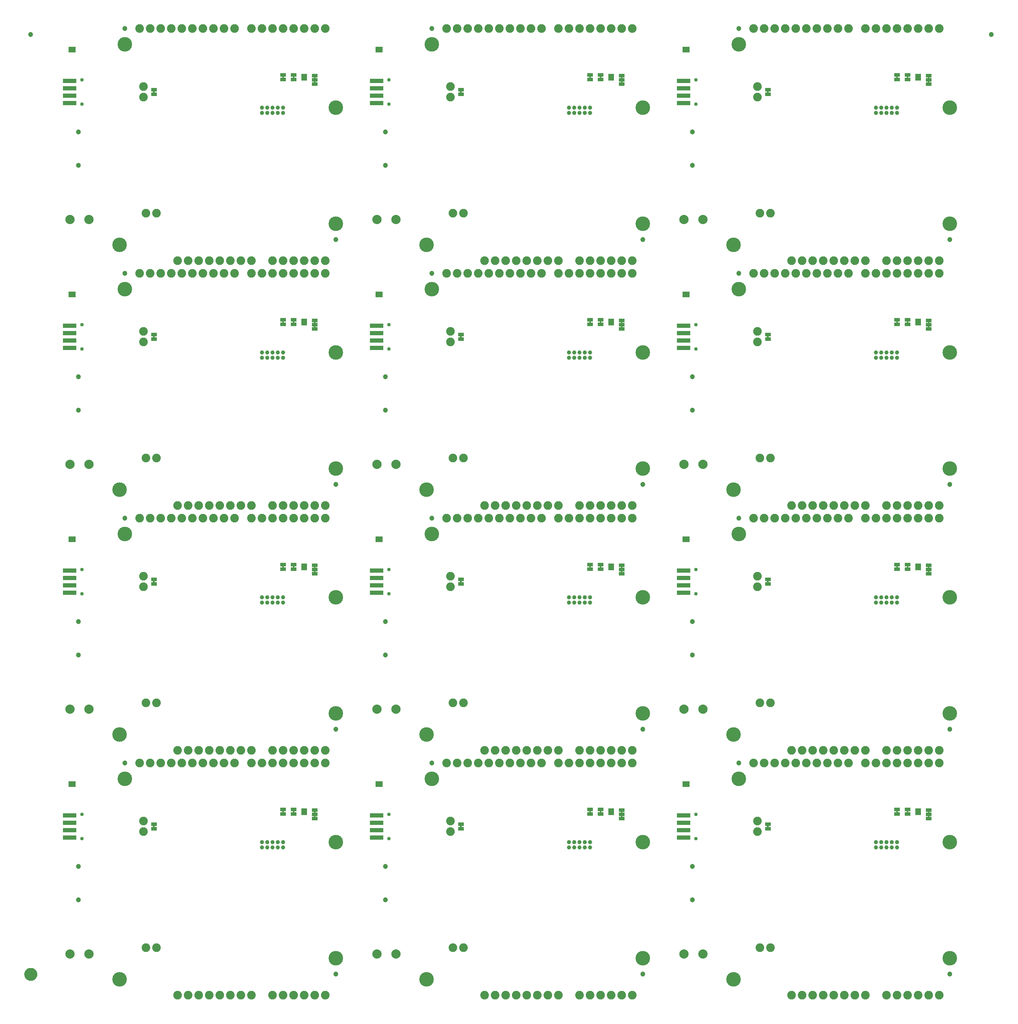
<source format=gbs>
G04 EAGLE Gerber RS-274X export*
G75*
%MOMM*%
%FSLAX34Y34*%
%LPD*%
%INSoldermask Bottom*%
%IPPOS*%
%AMOC8*
5,1,8,0,0,1.08239X$1,22.5*%
G01*
%ADD10C,3.505200*%
%ADD11C,0.853200*%
%ADD12R,3.203200X1.103200*%
%ADD13R,0.838200X1.473200*%
%ADD14C,2.082800*%
%ADD15C,0.990600*%
%ADD16C,1.203200*%
%ADD17R,1.473200X0.863600*%
%ADD18R,1.473200X0.838200*%
%ADD19C,2.235200*%
%ADD20C,1.270000*%
%ADD21C,1.703200*%

G36*
X1299275Y452132D02*
X1299275Y452132D01*
X1299341Y452134D01*
X1299384Y452152D01*
X1299431Y452160D01*
X1299488Y452194D01*
X1299548Y452219D01*
X1299583Y452250D01*
X1299624Y452275D01*
X1299666Y452326D01*
X1299714Y452370D01*
X1299736Y452412D01*
X1299765Y452449D01*
X1299786Y452511D01*
X1299817Y452570D01*
X1299825Y452624D01*
X1299837Y452661D01*
X1299836Y452701D01*
X1299844Y452755D01*
X1299844Y456565D01*
X1299833Y456630D01*
X1299831Y456696D01*
X1299813Y456739D01*
X1299805Y456786D01*
X1299771Y456843D01*
X1299746Y456903D01*
X1299715Y456938D01*
X1299690Y456979D01*
X1299639Y457021D01*
X1299595Y457069D01*
X1299553Y457091D01*
X1299516Y457120D01*
X1299454Y457141D01*
X1299395Y457172D01*
X1299341Y457180D01*
X1299304Y457192D01*
X1299264Y457191D01*
X1299210Y457199D01*
X1296670Y457199D01*
X1296605Y457188D01*
X1296539Y457186D01*
X1296496Y457168D01*
X1296449Y457160D01*
X1296392Y457126D01*
X1296332Y457101D01*
X1296297Y457070D01*
X1296256Y457045D01*
X1296215Y456994D01*
X1296166Y456950D01*
X1296144Y456908D01*
X1296115Y456871D01*
X1296094Y456809D01*
X1296063Y456750D01*
X1296055Y456696D01*
X1296043Y456659D01*
X1296043Y456655D01*
X1296043Y456654D01*
X1296044Y456619D01*
X1296036Y456565D01*
X1296036Y452755D01*
X1296047Y452690D01*
X1296049Y452624D01*
X1296067Y452581D01*
X1296075Y452534D01*
X1296109Y452477D01*
X1296134Y452417D01*
X1296165Y452382D01*
X1296190Y452341D01*
X1296241Y452300D01*
X1296285Y452251D01*
X1296327Y452229D01*
X1296364Y452200D01*
X1296426Y452179D01*
X1296485Y452148D01*
X1296539Y452140D01*
X1296576Y452128D01*
X1296616Y452129D01*
X1296670Y452121D01*
X1299210Y452121D01*
X1299275Y452132D01*
G37*
G36*
X1273875Y452132D02*
X1273875Y452132D01*
X1273941Y452134D01*
X1273984Y452152D01*
X1274031Y452160D01*
X1274088Y452194D01*
X1274148Y452219D01*
X1274183Y452250D01*
X1274224Y452275D01*
X1274266Y452326D01*
X1274314Y452370D01*
X1274336Y452412D01*
X1274365Y452449D01*
X1274386Y452511D01*
X1274417Y452570D01*
X1274425Y452624D01*
X1274437Y452661D01*
X1274436Y452701D01*
X1274444Y452755D01*
X1274444Y456565D01*
X1274433Y456630D01*
X1274431Y456696D01*
X1274413Y456739D01*
X1274405Y456786D01*
X1274371Y456843D01*
X1274346Y456903D01*
X1274315Y456938D01*
X1274290Y456979D01*
X1274239Y457021D01*
X1274195Y457069D01*
X1274153Y457091D01*
X1274116Y457120D01*
X1274054Y457141D01*
X1273995Y457172D01*
X1273941Y457180D01*
X1273904Y457192D01*
X1273864Y457191D01*
X1273810Y457199D01*
X1271270Y457199D01*
X1271205Y457188D01*
X1271139Y457186D01*
X1271096Y457168D01*
X1271049Y457160D01*
X1270992Y457126D01*
X1270932Y457101D01*
X1270897Y457070D01*
X1270856Y457045D01*
X1270815Y456994D01*
X1270766Y456950D01*
X1270744Y456908D01*
X1270715Y456871D01*
X1270694Y456809D01*
X1270663Y456750D01*
X1270655Y456696D01*
X1270643Y456659D01*
X1270643Y456655D01*
X1270643Y456654D01*
X1270644Y456619D01*
X1270636Y456565D01*
X1270636Y452755D01*
X1270647Y452690D01*
X1270649Y452624D01*
X1270667Y452581D01*
X1270675Y452534D01*
X1270709Y452477D01*
X1270734Y452417D01*
X1270765Y452382D01*
X1270790Y452341D01*
X1270841Y452300D01*
X1270885Y452251D01*
X1270927Y452229D01*
X1270964Y452200D01*
X1271026Y452179D01*
X1271085Y452148D01*
X1271139Y452140D01*
X1271176Y452128D01*
X1271216Y452129D01*
X1271270Y452121D01*
X1273810Y452121D01*
X1273875Y452132D01*
G37*
G36*
X2013015Y452132D02*
X2013015Y452132D01*
X2013081Y452134D01*
X2013124Y452152D01*
X2013171Y452160D01*
X2013228Y452194D01*
X2013288Y452219D01*
X2013323Y452250D01*
X2013364Y452275D01*
X2013406Y452326D01*
X2013454Y452370D01*
X2013476Y452412D01*
X2013505Y452449D01*
X2013526Y452511D01*
X2013557Y452570D01*
X2013565Y452624D01*
X2013577Y452661D01*
X2013576Y452701D01*
X2013584Y452755D01*
X2013584Y456565D01*
X2013573Y456630D01*
X2013571Y456696D01*
X2013553Y456739D01*
X2013545Y456786D01*
X2013511Y456843D01*
X2013486Y456903D01*
X2013455Y456938D01*
X2013430Y456979D01*
X2013379Y457021D01*
X2013335Y457069D01*
X2013293Y457091D01*
X2013256Y457120D01*
X2013194Y457141D01*
X2013135Y457172D01*
X2013081Y457180D01*
X2013044Y457192D01*
X2013004Y457191D01*
X2012950Y457199D01*
X2010410Y457199D01*
X2010345Y457188D01*
X2010279Y457186D01*
X2010236Y457168D01*
X2010189Y457160D01*
X2010132Y457126D01*
X2010072Y457101D01*
X2010037Y457070D01*
X2009996Y457045D01*
X2009955Y456994D01*
X2009906Y456950D01*
X2009884Y456908D01*
X2009855Y456871D01*
X2009834Y456809D01*
X2009803Y456750D01*
X2009795Y456696D01*
X2009783Y456659D01*
X2009783Y456655D01*
X2009783Y456654D01*
X2009784Y456619D01*
X2009776Y456565D01*
X2009776Y452755D01*
X2009787Y452690D01*
X2009789Y452624D01*
X2009807Y452581D01*
X2009815Y452534D01*
X2009849Y452477D01*
X2009874Y452417D01*
X2009905Y452382D01*
X2009930Y452341D01*
X2009981Y452300D01*
X2010025Y452251D01*
X2010067Y452229D01*
X2010104Y452200D01*
X2010166Y452179D01*
X2010225Y452148D01*
X2010279Y452140D01*
X2010316Y452128D01*
X2010356Y452129D01*
X2010410Y452121D01*
X2012950Y452121D01*
X2013015Y452132D01*
G37*
G36*
X560135Y452132D02*
X560135Y452132D01*
X560201Y452134D01*
X560244Y452152D01*
X560291Y452160D01*
X560348Y452194D01*
X560408Y452219D01*
X560443Y452250D01*
X560484Y452275D01*
X560526Y452326D01*
X560574Y452370D01*
X560596Y452412D01*
X560625Y452449D01*
X560646Y452511D01*
X560677Y452570D01*
X560685Y452624D01*
X560697Y452661D01*
X560696Y452701D01*
X560704Y452755D01*
X560704Y456565D01*
X560693Y456630D01*
X560691Y456696D01*
X560673Y456739D01*
X560665Y456786D01*
X560631Y456843D01*
X560606Y456903D01*
X560575Y456938D01*
X560550Y456979D01*
X560499Y457021D01*
X560455Y457069D01*
X560413Y457091D01*
X560376Y457120D01*
X560314Y457141D01*
X560255Y457172D01*
X560201Y457180D01*
X560164Y457192D01*
X560124Y457191D01*
X560070Y457199D01*
X557530Y457199D01*
X557465Y457188D01*
X557399Y457186D01*
X557356Y457168D01*
X557309Y457160D01*
X557252Y457126D01*
X557192Y457101D01*
X557157Y457070D01*
X557116Y457045D01*
X557075Y456994D01*
X557026Y456950D01*
X557004Y456908D01*
X556975Y456871D01*
X556954Y456809D01*
X556923Y456750D01*
X556915Y456696D01*
X556903Y456659D01*
X556903Y456655D01*
X556903Y456654D01*
X556904Y456619D01*
X556896Y456565D01*
X556896Y452755D01*
X556907Y452690D01*
X556909Y452624D01*
X556927Y452581D01*
X556935Y452534D01*
X556969Y452477D01*
X556994Y452417D01*
X557025Y452382D01*
X557050Y452341D01*
X557101Y452300D01*
X557145Y452251D01*
X557187Y452229D01*
X557224Y452200D01*
X557286Y452179D01*
X557345Y452148D01*
X557399Y452140D01*
X557436Y452128D01*
X557476Y452129D01*
X557530Y452121D01*
X560070Y452121D01*
X560135Y452132D01*
G37*
G36*
X2038415Y452132D02*
X2038415Y452132D01*
X2038481Y452134D01*
X2038524Y452152D01*
X2038571Y452160D01*
X2038628Y452194D01*
X2038688Y452219D01*
X2038723Y452250D01*
X2038764Y452275D01*
X2038806Y452326D01*
X2038854Y452370D01*
X2038876Y452412D01*
X2038905Y452449D01*
X2038926Y452511D01*
X2038957Y452570D01*
X2038965Y452624D01*
X2038977Y452661D01*
X2038976Y452701D01*
X2038984Y452755D01*
X2038984Y456565D01*
X2038973Y456630D01*
X2038971Y456696D01*
X2038953Y456739D01*
X2038945Y456786D01*
X2038911Y456843D01*
X2038886Y456903D01*
X2038855Y456938D01*
X2038830Y456979D01*
X2038779Y457021D01*
X2038735Y457069D01*
X2038693Y457091D01*
X2038656Y457120D01*
X2038594Y457141D01*
X2038535Y457172D01*
X2038481Y457180D01*
X2038444Y457192D01*
X2038404Y457191D01*
X2038350Y457199D01*
X2035810Y457199D01*
X2035745Y457188D01*
X2035679Y457186D01*
X2035636Y457168D01*
X2035589Y457160D01*
X2035532Y457126D01*
X2035472Y457101D01*
X2035437Y457070D01*
X2035396Y457045D01*
X2035355Y456994D01*
X2035306Y456950D01*
X2035284Y456908D01*
X2035255Y456871D01*
X2035234Y456809D01*
X2035203Y456750D01*
X2035195Y456696D01*
X2035183Y456659D01*
X2035183Y456655D01*
X2035183Y456654D01*
X2035184Y456619D01*
X2035176Y456565D01*
X2035176Y452755D01*
X2035187Y452690D01*
X2035189Y452624D01*
X2035207Y452581D01*
X2035215Y452534D01*
X2035249Y452477D01*
X2035274Y452417D01*
X2035305Y452382D01*
X2035330Y452341D01*
X2035381Y452300D01*
X2035425Y452251D01*
X2035467Y452229D01*
X2035504Y452200D01*
X2035566Y452179D01*
X2035625Y452148D01*
X2035679Y452140D01*
X2035716Y452128D01*
X2035756Y452129D01*
X2035810Y452121D01*
X2038350Y452121D01*
X2038415Y452132D01*
G37*
G36*
X534735Y452132D02*
X534735Y452132D01*
X534801Y452134D01*
X534844Y452152D01*
X534891Y452160D01*
X534948Y452194D01*
X535008Y452219D01*
X535043Y452250D01*
X535084Y452275D01*
X535126Y452326D01*
X535174Y452370D01*
X535196Y452412D01*
X535225Y452449D01*
X535246Y452511D01*
X535277Y452570D01*
X535285Y452624D01*
X535297Y452661D01*
X535296Y452701D01*
X535304Y452755D01*
X535304Y456565D01*
X535293Y456630D01*
X535291Y456696D01*
X535273Y456739D01*
X535265Y456786D01*
X535231Y456843D01*
X535206Y456903D01*
X535175Y456938D01*
X535150Y456979D01*
X535099Y457021D01*
X535055Y457069D01*
X535013Y457091D01*
X534976Y457120D01*
X534914Y457141D01*
X534855Y457172D01*
X534801Y457180D01*
X534764Y457192D01*
X534724Y457191D01*
X534670Y457199D01*
X532130Y457199D01*
X532065Y457188D01*
X531999Y457186D01*
X531956Y457168D01*
X531909Y457160D01*
X531852Y457126D01*
X531792Y457101D01*
X531757Y457070D01*
X531716Y457045D01*
X531675Y456994D01*
X531626Y456950D01*
X531604Y456908D01*
X531575Y456871D01*
X531554Y456809D01*
X531523Y456750D01*
X531515Y456696D01*
X531503Y456659D01*
X531503Y456655D01*
X531503Y456654D01*
X531504Y456619D01*
X531496Y456565D01*
X531496Y452755D01*
X531507Y452690D01*
X531509Y452624D01*
X531527Y452581D01*
X531535Y452534D01*
X531569Y452477D01*
X531594Y452417D01*
X531625Y452382D01*
X531650Y452341D01*
X531701Y452300D01*
X531745Y452251D01*
X531787Y452229D01*
X531824Y452200D01*
X531886Y452179D01*
X531945Y452148D01*
X531999Y452140D01*
X532036Y452128D01*
X532076Y452129D01*
X532130Y452121D01*
X534670Y452121D01*
X534735Y452132D01*
G37*
G36*
X2089215Y2218702D02*
X2089215Y2218702D01*
X2089281Y2218704D01*
X2089324Y2218722D01*
X2089371Y2218730D01*
X2089428Y2218764D01*
X2089488Y2218789D01*
X2089523Y2218820D01*
X2089564Y2218845D01*
X2089606Y2218896D01*
X2089654Y2218940D01*
X2089676Y2218982D01*
X2089705Y2219019D01*
X2089726Y2219081D01*
X2089757Y2219140D01*
X2089765Y2219194D01*
X2089777Y2219231D01*
X2089776Y2219271D01*
X2089784Y2219325D01*
X2089784Y2223135D01*
X2089773Y2223200D01*
X2089771Y2223266D01*
X2089753Y2223309D01*
X2089745Y2223356D01*
X2089711Y2223413D01*
X2089686Y2223473D01*
X2089655Y2223508D01*
X2089630Y2223549D01*
X2089579Y2223591D01*
X2089535Y2223639D01*
X2089493Y2223661D01*
X2089456Y2223690D01*
X2089394Y2223711D01*
X2089335Y2223742D01*
X2089281Y2223750D01*
X2089244Y2223762D01*
X2089204Y2223761D01*
X2089150Y2223769D01*
X2086610Y2223769D01*
X2086545Y2223758D01*
X2086479Y2223756D01*
X2086436Y2223738D01*
X2086389Y2223730D01*
X2086332Y2223696D01*
X2086272Y2223671D01*
X2086237Y2223640D01*
X2086196Y2223615D01*
X2086155Y2223564D01*
X2086106Y2223520D01*
X2086084Y2223478D01*
X2086055Y2223441D01*
X2086034Y2223379D01*
X2086003Y2223320D01*
X2085995Y2223266D01*
X2085983Y2223229D01*
X2085983Y2223225D01*
X2085983Y2223224D01*
X2085984Y2223189D01*
X2085976Y2223135D01*
X2085976Y2219325D01*
X2085987Y2219260D01*
X2085989Y2219194D01*
X2086007Y2219151D01*
X2086015Y2219104D01*
X2086049Y2219047D01*
X2086074Y2218987D01*
X2086105Y2218952D01*
X2086130Y2218911D01*
X2086181Y2218870D01*
X2086225Y2218821D01*
X2086267Y2218799D01*
X2086304Y2218770D01*
X2086366Y2218749D01*
X2086425Y2218718D01*
X2086479Y2218710D01*
X2086516Y2218698D01*
X2086556Y2218699D01*
X2086610Y2218691D01*
X2089150Y2218691D01*
X2089215Y2218702D01*
G37*
G36*
X1350075Y2218702D02*
X1350075Y2218702D01*
X1350141Y2218704D01*
X1350184Y2218722D01*
X1350231Y2218730D01*
X1350288Y2218764D01*
X1350348Y2218789D01*
X1350383Y2218820D01*
X1350424Y2218845D01*
X1350466Y2218896D01*
X1350514Y2218940D01*
X1350536Y2218982D01*
X1350565Y2219019D01*
X1350586Y2219081D01*
X1350617Y2219140D01*
X1350625Y2219194D01*
X1350637Y2219231D01*
X1350636Y2219271D01*
X1350644Y2219325D01*
X1350644Y2223135D01*
X1350633Y2223200D01*
X1350631Y2223266D01*
X1350613Y2223309D01*
X1350605Y2223356D01*
X1350571Y2223413D01*
X1350546Y2223473D01*
X1350515Y2223508D01*
X1350490Y2223549D01*
X1350439Y2223591D01*
X1350395Y2223639D01*
X1350353Y2223661D01*
X1350316Y2223690D01*
X1350254Y2223711D01*
X1350195Y2223742D01*
X1350141Y2223750D01*
X1350104Y2223762D01*
X1350064Y2223761D01*
X1350010Y2223769D01*
X1347470Y2223769D01*
X1347405Y2223758D01*
X1347339Y2223756D01*
X1347296Y2223738D01*
X1347249Y2223730D01*
X1347192Y2223696D01*
X1347132Y2223671D01*
X1347097Y2223640D01*
X1347056Y2223615D01*
X1347015Y2223564D01*
X1346966Y2223520D01*
X1346944Y2223478D01*
X1346915Y2223441D01*
X1346894Y2223379D01*
X1346863Y2223320D01*
X1346855Y2223266D01*
X1346843Y2223229D01*
X1346843Y2223225D01*
X1346843Y2223224D01*
X1346844Y2223189D01*
X1346836Y2223135D01*
X1346836Y2219325D01*
X1346847Y2219260D01*
X1346849Y2219194D01*
X1346867Y2219151D01*
X1346875Y2219104D01*
X1346909Y2219047D01*
X1346934Y2218987D01*
X1346965Y2218952D01*
X1346990Y2218911D01*
X1347041Y2218870D01*
X1347085Y2218821D01*
X1347127Y2218799D01*
X1347164Y2218770D01*
X1347226Y2218749D01*
X1347285Y2218718D01*
X1347339Y2218710D01*
X1347376Y2218698D01*
X1347416Y2218699D01*
X1347470Y2218691D01*
X1350010Y2218691D01*
X1350075Y2218702D01*
G37*
G36*
X610935Y2218702D02*
X610935Y2218702D01*
X611001Y2218704D01*
X611044Y2218722D01*
X611091Y2218730D01*
X611148Y2218764D01*
X611208Y2218789D01*
X611243Y2218820D01*
X611284Y2218845D01*
X611326Y2218896D01*
X611374Y2218940D01*
X611396Y2218982D01*
X611425Y2219019D01*
X611446Y2219081D01*
X611477Y2219140D01*
X611485Y2219194D01*
X611497Y2219231D01*
X611496Y2219271D01*
X611504Y2219325D01*
X611504Y2223135D01*
X611493Y2223200D01*
X611491Y2223266D01*
X611473Y2223309D01*
X611465Y2223356D01*
X611431Y2223413D01*
X611406Y2223473D01*
X611375Y2223508D01*
X611350Y2223549D01*
X611299Y2223591D01*
X611255Y2223639D01*
X611213Y2223661D01*
X611176Y2223690D01*
X611114Y2223711D01*
X611055Y2223742D01*
X611001Y2223750D01*
X610964Y2223762D01*
X610924Y2223761D01*
X610870Y2223769D01*
X608330Y2223769D01*
X608265Y2223758D01*
X608199Y2223756D01*
X608156Y2223738D01*
X608109Y2223730D01*
X608052Y2223696D01*
X607992Y2223671D01*
X607957Y2223640D01*
X607916Y2223615D01*
X607875Y2223564D01*
X607826Y2223520D01*
X607804Y2223478D01*
X607775Y2223441D01*
X607754Y2223379D01*
X607723Y2223320D01*
X607715Y2223266D01*
X607703Y2223229D01*
X607703Y2223225D01*
X607703Y2223224D01*
X607704Y2223189D01*
X607696Y2223135D01*
X607696Y2219325D01*
X607707Y2219260D01*
X607709Y2219194D01*
X607727Y2219151D01*
X607735Y2219104D01*
X607769Y2219047D01*
X607794Y2218987D01*
X607825Y2218952D01*
X607850Y2218911D01*
X607901Y2218870D01*
X607945Y2218821D01*
X607987Y2218799D01*
X608024Y2218770D01*
X608086Y2218749D01*
X608145Y2218718D01*
X608199Y2218710D01*
X608236Y2218698D01*
X608276Y2218699D01*
X608330Y2218691D01*
X610870Y2218691D01*
X610935Y2218702D01*
G37*
G36*
X1350075Y2208542D02*
X1350075Y2208542D01*
X1350141Y2208544D01*
X1350184Y2208562D01*
X1350231Y2208570D01*
X1350288Y2208604D01*
X1350348Y2208629D01*
X1350383Y2208660D01*
X1350424Y2208685D01*
X1350466Y2208736D01*
X1350514Y2208780D01*
X1350536Y2208822D01*
X1350565Y2208859D01*
X1350586Y2208921D01*
X1350617Y2208980D01*
X1350625Y2209034D01*
X1350637Y2209071D01*
X1350636Y2209111D01*
X1350644Y2209165D01*
X1350644Y2212975D01*
X1350633Y2213040D01*
X1350631Y2213106D01*
X1350613Y2213149D01*
X1350605Y2213196D01*
X1350571Y2213253D01*
X1350546Y2213313D01*
X1350515Y2213348D01*
X1350490Y2213389D01*
X1350439Y2213431D01*
X1350395Y2213479D01*
X1350353Y2213501D01*
X1350316Y2213530D01*
X1350254Y2213551D01*
X1350195Y2213582D01*
X1350141Y2213590D01*
X1350104Y2213602D01*
X1350064Y2213601D01*
X1350010Y2213609D01*
X1347470Y2213609D01*
X1347405Y2213598D01*
X1347339Y2213596D01*
X1347296Y2213578D01*
X1347249Y2213570D01*
X1347192Y2213536D01*
X1347132Y2213511D01*
X1347097Y2213480D01*
X1347056Y2213455D01*
X1347015Y2213404D01*
X1346966Y2213360D01*
X1346944Y2213318D01*
X1346915Y2213281D01*
X1346894Y2213219D01*
X1346863Y2213160D01*
X1346855Y2213106D01*
X1346843Y2213069D01*
X1346843Y2213065D01*
X1346843Y2213064D01*
X1346844Y2213029D01*
X1346836Y2212975D01*
X1346836Y2209165D01*
X1346847Y2209100D01*
X1346849Y2209034D01*
X1346867Y2208991D01*
X1346875Y2208944D01*
X1346909Y2208887D01*
X1346934Y2208827D01*
X1346965Y2208792D01*
X1346990Y2208751D01*
X1347041Y2208710D01*
X1347085Y2208661D01*
X1347127Y2208639D01*
X1347164Y2208610D01*
X1347226Y2208589D01*
X1347285Y2208558D01*
X1347339Y2208550D01*
X1347376Y2208538D01*
X1347416Y2208539D01*
X1347470Y2208531D01*
X1350010Y2208531D01*
X1350075Y2208542D01*
G37*
G36*
X2089215Y2208542D02*
X2089215Y2208542D01*
X2089281Y2208544D01*
X2089324Y2208562D01*
X2089371Y2208570D01*
X2089428Y2208604D01*
X2089488Y2208629D01*
X2089523Y2208660D01*
X2089564Y2208685D01*
X2089606Y2208736D01*
X2089654Y2208780D01*
X2089676Y2208822D01*
X2089705Y2208859D01*
X2089726Y2208921D01*
X2089757Y2208980D01*
X2089765Y2209034D01*
X2089777Y2209071D01*
X2089776Y2209111D01*
X2089784Y2209165D01*
X2089784Y2212975D01*
X2089773Y2213040D01*
X2089771Y2213106D01*
X2089753Y2213149D01*
X2089745Y2213196D01*
X2089711Y2213253D01*
X2089686Y2213313D01*
X2089655Y2213348D01*
X2089630Y2213389D01*
X2089579Y2213431D01*
X2089535Y2213479D01*
X2089493Y2213501D01*
X2089456Y2213530D01*
X2089394Y2213551D01*
X2089335Y2213582D01*
X2089281Y2213590D01*
X2089244Y2213602D01*
X2089204Y2213601D01*
X2089150Y2213609D01*
X2086610Y2213609D01*
X2086545Y2213598D01*
X2086479Y2213596D01*
X2086436Y2213578D01*
X2086389Y2213570D01*
X2086332Y2213536D01*
X2086272Y2213511D01*
X2086237Y2213480D01*
X2086196Y2213455D01*
X2086155Y2213404D01*
X2086106Y2213360D01*
X2086084Y2213318D01*
X2086055Y2213281D01*
X2086034Y2213219D01*
X2086003Y2213160D01*
X2085995Y2213106D01*
X2085983Y2213069D01*
X2085983Y2213065D01*
X2085983Y2213064D01*
X2085984Y2213029D01*
X2085976Y2212975D01*
X2085976Y2209165D01*
X2085987Y2209100D01*
X2085989Y2209034D01*
X2086007Y2208991D01*
X2086015Y2208944D01*
X2086049Y2208887D01*
X2086074Y2208827D01*
X2086105Y2208792D01*
X2086130Y2208751D01*
X2086181Y2208710D01*
X2086225Y2208661D01*
X2086267Y2208639D01*
X2086304Y2208610D01*
X2086366Y2208589D01*
X2086425Y2208558D01*
X2086479Y2208550D01*
X2086516Y2208538D01*
X2086556Y2208539D01*
X2086610Y2208531D01*
X2089150Y2208531D01*
X2089215Y2208542D01*
G37*
G36*
X610935Y2208542D02*
X610935Y2208542D01*
X611001Y2208544D01*
X611044Y2208562D01*
X611091Y2208570D01*
X611148Y2208604D01*
X611208Y2208629D01*
X611243Y2208660D01*
X611284Y2208685D01*
X611326Y2208736D01*
X611374Y2208780D01*
X611396Y2208822D01*
X611425Y2208859D01*
X611446Y2208921D01*
X611477Y2208980D01*
X611485Y2209034D01*
X611497Y2209071D01*
X611496Y2209111D01*
X611504Y2209165D01*
X611504Y2212975D01*
X611493Y2213040D01*
X611491Y2213106D01*
X611473Y2213149D01*
X611465Y2213196D01*
X611431Y2213253D01*
X611406Y2213313D01*
X611375Y2213348D01*
X611350Y2213389D01*
X611299Y2213431D01*
X611255Y2213479D01*
X611213Y2213501D01*
X611176Y2213530D01*
X611114Y2213551D01*
X611055Y2213582D01*
X611001Y2213590D01*
X610964Y2213602D01*
X610924Y2213601D01*
X610870Y2213609D01*
X608330Y2213609D01*
X608265Y2213598D01*
X608199Y2213596D01*
X608156Y2213578D01*
X608109Y2213570D01*
X608052Y2213536D01*
X607992Y2213511D01*
X607957Y2213480D01*
X607916Y2213455D01*
X607875Y2213404D01*
X607826Y2213360D01*
X607804Y2213318D01*
X607775Y2213281D01*
X607754Y2213219D01*
X607723Y2213160D01*
X607715Y2213106D01*
X607703Y2213069D01*
X607703Y2213065D01*
X607703Y2213064D01*
X607704Y2213029D01*
X607696Y2212975D01*
X607696Y2209165D01*
X607707Y2209100D01*
X607709Y2209034D01*
X607727Y2208991D01*
X607735Y2208944D01*
X607769Y2208887D01*
X607794Y2208827D01*
X607825Y2208792D01*
X607850Y2208751D01*
X607901Y2208710D01*
X607945Y2208661D01*
X607987Y2208639D01*
X608024Y2208610D01*
X608086Y2208589D01*
X608145Y2208558D01*
X608199Y2208550D01*
X608236Y2208538D01*
X608276Y2208539D01*
X608330Y2208531D01*
X610870Y2208531D01*
X610935Y2208542D01*
G37*
G36*
X1701865Y2184412D02*
X1701865Y2184412D01*
X1701931Y2184414D01*
X1701974Y2184432D01*
X1702021Y2184440D01*
X1702078Y2184474D01*
X1702138Y2184499D01*
X1702173Y2184530D01*
X1702214Y2184555D01*
X1702256Y2184606D01*
X1702304Y2184650D01*
X1702326Y2184692D01*
X1702355Y2184729D01*
X1702376Y2184791D01*
X1702407Y2184850D01*
X1702415Y2184904D01*
X1702427Y2184941D01*
X1702426Y2184981D01*
X1702434Y2185035D01*
X1702434Y2188845D01*
X1702423Y2188910D01*
X1702421Y2188976D01*
X1702403Y2189019D01*
X1702395Y2189066D01*
X1702361Y2189123D01*
X1702336Y2189183D01*
X1702305Y2189218D01*
X1702280Y2189259D01*
X1702229Y2189301D01*
X1702185Y2189349D01*
X1702143Y2189371D01*
X1702106Y2189400D01*
X1702044Y2189421D01*
X1701985Y2189452D01*
X1701931Y2189460D01*
X1701894Y2189472D01*
X1701854Y2189471D01*
X1701800Y2189479D01*
X1699260Y2189479D01*
X1699195Y2189468D01*
X1699129Y2189466D01*
X1699086Y2189448D01*
X1699039Y2189440D01*
X1698982Y2189406D01*
X1698922Y2189381D01*
X1698887Y2189350D01*
X1698846Y2189325D01*
X1698805Y2189274D01*
X1698756Y2189230D01*
X1698734Y2189188D01*
X1698705Y2189151D01*
X1698684Y2189089D01*
X1698653Y2189030D01*
X1698645Y2188976D01*
X1698633Y2188939D01*
X1698633Y2188935D01*
X1698633Y2188934D01*
X1698634Y2188899D01*
X1698626Y2188845D01*
X1698626Y2185035D01*
X1698637Y2184970D01*
X1698639Y2184904D01*
X1698657Y2184861D01*
X1698665Y2184814D01*
X1698699Y2184757D01*
X1698724Y2184697D01*
X1698755Y2184662D01*
X1698780Y2184621D01*
X1698831Y2184580D01*
X1698875Y2184531D01*
X1698917Y2184509D01*
X1698954Y2184480D01*
X1699016Y2184459D01*
X1699075Y2184428D01*
X1699129Y2184420D01*
X1699166Y2184408D01*
X1699206Y2184409D01*
X1699260Y2184401D01*
X1701800Y2184401D01*
X1701865Y2184412D01*
G37*
G36*
X223585Y2184412D02*
X223585Y2184412D01*
X223651Y2184414D01*
X223694Y2184432D01*
X223741Y2184440D01*
X223798Y2184474D01*
X223858Y2184499D01*
X223893Y2184530D01*
X223934Y2184555D01*
X223976Y2184606D01*
X224024Y2184650D01*
X224046Y2184692D01*
X224075Y2184729D01*
X224096Y2184791D01*
X224127Y2184850D01*
X224135Y2184904D01*
X224147Y2184941D01*
X224146Y2184981D01*
X224154Y2185035D01*
X224154Y2188845D01*
X224143Y2188910D01*
X224141Y2188976D01*
X224123Y2189019D01*
X224115Y2189066D01*
X224081Y2189123D01*
X224056Y2189183D01*
X224025Y2189218D01*
X224000Y2189259D01*
X223949Y2189301D01*
X223905Y2189349D01*
X223863Y2189371D01*
X223826Y2189400D01*
X223764Y2189421D01*
X223705Y2189452D01*
X223651Y2189460D01*
X223614Y2189472D01*
X223574Y2189471D01*
X223520Y2189479D01*
X220980Y2189479D01*
X220915Y2189468D01*
X220849Y2189466D01*
X220806Y2189448D01*
X220759Y2189440D01*
X220702Y2189406D01*
X220642Y2189381D01*
X220607Y2189350D01*
X220566Y2189325D01*
X220525Y2189274D01*
X220476Y2189230D01*
X220454Y2189188D01*
X220425Y2189151D01*
X220404Y2189089D01*
X220373Y2189030D01*
X220365Y2188976D01*
X220353Y2188939D01*
X220353Y2188935D01*
X220353Y2188934D01*
X220354Y2188899D01*
X220346Y2188845D01*
X220346Y2185035D01*
X220357Y2184970D01*
X220359Y2184904D01*
X220377Y2184861D01*
X220385Y2184814D01*
X220419Y2184757D01*
X220444Y2184697D01*
X220475Y2184662D01*
X220500Y2184621D01*
X220551Y2184580D01*
X220595Y2184531D01*
X220637Y2184509D01*
X220674Y2184480D01*
X220736Y2184459D01*
X220795Y2184428D01*
X220849Y2184420D01*
X220886Y2184408D01*
X220926Y2184409D01*
X220980Y2184401D01*
X223520Y2184401D01*
X223585Y2184412D01*
G37*
G36*
X962725Y2184412D02*
X962725Y2184412D01*
X962791Y2184414D01*
X962834Y2184432D01*
X962881Y2184440D01*
X962938Y2184474D01*
X962998Y2184499D01*
X963033Y2184530D01*
X963074Y2184555D01*
X963116Y2184606D01*
X963164Y2184650D01*
X963186Y2184692D01*
X963215Y2184729D01*
X963236Y2184791D01*
X963267Y2184850D01*
X963275Y2184904D01*
X963287Y2184941D01*
X963286Y2184981D01*
X963294Y2185035D01*
X963294Y2188845D01*
X963283Y2188910D01*
X963281Y2188976D01*
X963263Y2189019D01*
X963255Y2189066D01*
X963221Y2189123D01*
X963196Y2189183D01*
X963165Y2189218D01*
X963140Y2189259D01*
X963089Y2189301D01*
X963045Y2189349D01*
X963003Y2189371D01*
X962966Y2189400D01*
X962904Y2189421D01*
X962845Y2189452D01*
X962791Y2189460D01*
X962754Y2189472D01*
X962714Y2189471D01*
X962660Y2189479D01*
X960120Y2189479D01*
X960055Y2189468D01*
X959989Y2189466D01*
X959946Y2189448D01*
X959899Y2189440D01*
X959842Y2189406D01*
X959782Y2189381D01*
X959747Y2189350D01*
X959706Y2189325D01*
X959665Y2189274D01*
X959616Y2189230D01*
X959594Y2189188D01*
X959565Y2189151D01*
X959544Y2189089D01*
X959513Y2189030D01*
X959505Y2188976D01*
X959493Y2188939D01*
X959493Y2188935D01*
X959493Y2188934D01*
X959494Y2188899D01*
X959486Y2188845D01*
X959486Y2185035D01*
X959497Y2184970D01*
X959499Y2184904D01*
X959517Y2184861D01*
X959525Y2184814D01*
X959559Y2184757D01*
X959584Y2184697D01*
X959615Y2184662D01*
X959640Y2184621D01*
X959691Y2184580D01*
X959735Y2184531D01*
X959777Y2184509D01*
X959814Y2184480D01*
X959876Y2184459D01*
X959935Y2184428D01*
X959989Y2184420D01*
X960026Y2184408D01*
X960066Y2184409D01*
X960120Y2184401D01*
X962660Y2184401D01*
X962725Y2184412D01*
G37*
G36*
X1273875Y1630692D02*
X1273875Y1630692D01*
X1273941Y1630694D01*
X1273984Y1630712D01*
X1274031Y1630720D01*
X1274088Y1630754D01*
X1274148Y1630779D01*
X1274183Y1630810D01*
X1274224Y1630835D01*
X1274266Y1630886D01*
X1274314Y1630930D01*
X1274336Y1630972D01*
X1274365Y1631009D01*
X1274386Y1631071D01*
X1274417Y1631130D01*
X1274425Y1631184D01*
X1274437Y1631221D01*
X1274436Y1631261D01*
X1274444Y1631315D01*
X1274444Y1635125D01*
X1274433Y1635190D01*
X1274431Y1635256D01*
X1274413Y1635299D01*
X1274405Y1635346D01*
X1274371Y1635403D01*
X1274346Y1635463D01*
X1274315Y1635498D01*
X1274290Y1635539D01*
X1274239Y1635581D01*
X1274195Y1635629D01*
X1274153Y1635651D01*
X1274116Y1635680D01*
X1274054Y1635701D01*
X1273995Y1635732D01*
X1273941Y1635740D01*
X1273904Y1635752D01*
X1273864Y1635751D01*
X1273810Y1635759D01*
X1271270Y1635759D01*
X1271205Y1635748D01*
X1271139Y1635746D01*
X1271096Y1635728D01*
X1271049Y1635720D01*
X1270992Y1635686D01*
X1270932Y1635661D01*
X1270897Y1635630D01*
X1270856Y1635605D01*
X1270815Y1635554D01*
X1270766Y1635510D01*
X1270744Y1635468D01*
X1270715Y1635431D01*
X1270694Y1635369D01*
X1270663Y1635310D01*
X1270655Y1635256D01*
X1270643Y1635219D01*
X1270643Y1635215D01*
X1270643Y1635214D01*
X1270644Y1635179D01*
X1270636Y1635125D01*
X1270636Y1631315D01*
X1270647Y1631250D01*
X1270649Y1631184D01*
X1270667Y1631141D01*
X1270675Y1631094D01*
X1270709Y1631037D01*
X1270734Y1630977D01*
X1270765Y1630942D01*
X1270790Y1630901D01*
X1270841Y1630860D01*
X1270885Y1630811D01*
X1270927Y1630789D01*
X1270964Y1630760D01*
X1271026Y1630739D01*
X1271085Y1630708D01*
X1271139Y1630700D01*
X1271176Y1630688D01*
X1271216Y1630689D01*
X1271270Y1630681D01*
X1273810Y1630681D01*
X1273875Y1630692D01*
G37*
G36*
X2013015Y1630692D02*
X2013015Y1630692D01*
X2013081Y1630694D01*
X2013124Y1630712D01*
X2013171Y1630720D01*
X2013228Y1630754D01*
X2013288Y1630779D01*
X2013323Y1630810D01*
X2013364Y1630835D01*
X2013406Y1630886D01*
X2013454Y1630930D01*
X2013476Y1630972D01*
X2013505Y1631009D01*
X2013526Y1631071D01*
X2013557Y1631130D01*
X2013565Y1631184D01*
X2013577Y1631221D01*
X2013576Y1631261D01*
X2013584Y1631315D01*
X2013584Y1635125D01*
X2013573Y1635190D01*
X2013571Y1635256D01*
X2013553Y1635299D01*
X2013545Y1635346D01*
X2013511Y1635403D01*
X2013486Y1635463D01*
X2013455Y1635498D01*
X2013430Y1635539D01*
X2013379Y1635581D01*
X2013335Y1635629D01*
X2013293Y1635651D01*
X2013256Y1635680D01*
X2013194Y1635701D01*
X2013135Y1635732D01*
X2013081Y1635740D01*
X2013044Y1635752D01*
X2013004Y1635751D01*
X2012950Y1635759D01*
X2010410Y1635759D01*
X2010345Y1635748D01*
X2010279Y1635746D01*
X2010236Y1635728D01*
X2010189Y1635720D01*
X2010132Y1635686D01*
X2010072Y1635661D01*
X2010037Y1635630D01*
X2009996Y1635605D01*
X2009955Y1635554D01*
X2009906Y1635510D01*
X2009884Y1635468D01*
X2009855Y1635431D01*
X2009834Y1635369D01*
X2009803Y1635310D01*
X2009795Y1635256D01*
X2009783Y1635219D01*
X2009783Y1635215D01*
X2009783Y1635214D01*
X2009784Y1635179D01*
X2009776Y1635125D01*
X2009776Y1631315D01*
X2009787Y1631250D01*
X2009789Y1631184D01*
X2009807Y1631141D01*
X2009815Y1631094D01*
X2009849Y1631037D01*
X2009874Y1630977D01*
X2009905Y1630942D01*
X2009930Y1630901D01*
X2009981Y1630860D01*
X2010025Y1630811D01*
X2010067Y1630789D01*
X2010104Y1630760D01*
X2010166Y1630739D01*
X2010225Y1630708D01*
X2010279Y1630700D01*
X2010316Y1630688D01*
X2010356Y1630689D01*
X2010410Y1630681D01*
X2012950Y1630681D01*
X2013015Y1630692D01*
G37*
G36*
X2038415Y1630692D02*
X2038415Y1630692D01*
X2038481Y1630694D01*
X2038524Y1630712D01*
X2038571Y1630720D01*
X2038628Y1630754D01*
X2038688Y1630779D01*
X2038723Y1630810D01*
X2038764Y1630835D01*
X2038806Y1630886D01*
X2038854Y1630930D01*
X2038876Y1630972D01*
X2038905Y1631009D01*
X2038926Y1631071D01*
X2038957Y1631130D01*
X2038965Y1631184D01*
X2038977Y1631221D01*
X2038976Y1631261D01*
X2038984Y1631315D01*
X2038984Y1635125D01*
X2038973Y1635190D01*
X2038971Y1635256D01*
X2038953Y1635299D01*
X2038945Y1635346D01*
X2038911Y1635403D01*
X2038886Y1635463D01*
X2038855Y1635498D01*
X2038830Y1635539D01*
X2038779Y1635581D01*
X2038735Y1635629D01*
X2038693Y1635651D01*
X2038656Y1635680D01*
X2038594Y1635701D01*
X2038535Y1635732D01*
X2038481Y1635740D01*
X2038444Y1635752D01*
X2038404Y1635751D01*
X2038350Y1635759D01*
X2035810Y1635759D01*
X2035745Y1635748D01*
X2035679Y1635746D01*
X2035636Y1635728D01*
X2035589Y1635720D01*
X2035532Y1635686D01*
X2035472Y1635661D01*
X2035437Y1635630D01*
X2035396Y1635605D01*
X2035355Y1635554D01*
X2035306Y1635510D01*
X2035284Y1635468D01*
X2035255Y1635431D01*
X2035234Y1635369D01*
X2035203Y1635310D01*
X2035195Y1635256D01*
X2035183Y1635219D01*
X2035183Y1635215D01*
X2035183Y1635214D01*
X2035184Y1635179D01*
X2035176Y1635125D01*
X2035176Y1631315D01*
X2035187Y1631250D01*
X2035189Y1631184D01*
X2035207Y1631141D01*
X2035215Y1631094D01*
X2035249Y1631037D01*
X2035274Y1630977D01*
X2035305Y1630942D01*
X2035330Y1630901D01*
X2035381Y1630860D01*
X2035425Y1630811D01*
X2035467Y1630789D01*
X2035504Y1630760D01*
X2035566Y1630739D01*
X2035625Y1630708D01*
X2035679Y1630700D01*
X2035716Y1630688D01*
X2035756Y1630689D01*
X2035810Y1630681D01*
X2038350Y1630681D01*
X2038415Y1630692D01*
G37*
G36*
X534735Y1630692D02*
X534735Y1630692D01*
X534801Y1630694D01*
X534844Y1630712D01*
X534891Y1630720D01*
X534948Y1630754D01*
X535008Y1630779D01*
X535043Y1630810D01*
X535084Y1630835D01*
X535126Y1630886D01*
X535174Y1630930D01*
X535196Y1630972D01*
X535225Y1631009D01*
X535246Y1631071D01*
X535277Y1631130D01*
X535285Y1631184D01*
X535297Y1631221D01*
X535296Y1631261D01*
X535304Y1631315D01*
X535304Y1635125D01*
X535293Y1635190D01*
X535291Y1635256D01*
X535273Y1635299D01*
X535265Y1635346D01*
X535231Y1635403D01*
X535206Y1635463D01*
X535175Y1635498D01*
X535150Y1635539D01*
X535099Y1635581D01*
X535055Y1635629D01*
X535013Y1635651D01*
X534976Y1635680D01*
X534914Y1635701D01*
X534855Y1635732D01*
X534801Y1635740D01*
X534764Y1635752D01*
X534724Y1635751D01*
X534670Y1635759D01*
X532130Y1635759D01*
X532065Y1635748D01*
X531999Y1635746D01*
X531956Y1635728D01*
X531909Y1635720D01*
X531852Y1635686D01*
X531792Y1635661D01*
X531757Y1635630D01*
X531716Y1635605D01*
X531675Y1635554D01*
X531626Y1635510D01*
X531604Y1635468D01*
X531575Y1635431D01*
X531554Y1635369D01*
X531523Y1635310D01*
X531515Y1635256D01*
X531503Y1635219D01*
X531503Y1635215D01*
X531503Y1635214D01*
X531504Y1635179D01*
X531496Y1635125D01*
X531496Y1631315D01*
X531507Y1631250D01*
X531509Y1631184D01*
X531527Y1631141D01*
X531535Y1631094D01*
X531569Y1631037D01*
X531594Y1630977D01*
X531625Y1630942D01*
X531650Y1630901D01*
X531701Y1630860D01*
X531745Y1630811D01*
X531787Y1630789D01*
X531824Y1630760D01*
X531886Y1630739D01*
X531945Y1630708D01*
X531999Y1630700D01*
X532036Y1630688D01*
X532076Y1630689D01*
X532130Y1630681D01*
X534670Y1630681D01*
X534735Y1630692D01*
G37*
G36*
X560135Y1630692D02*
X560135Y1630692D01*
X560201Y1630694D01*
X560244Y1630712D01*
X560291Y1630720D01*
X560348Y1630754D01*
X560408Y1630779D01*
X560443Y1630810D01*
X560484Y1630835D01*
X560526Y1630886D01*
X560574Y1630930D01*
X560596Y1630972D01*
X560625Y1631009D01*
X560646Y1631071D01*
X560677Y1631130D01*
X560685Y1631184D01*
X560697Y1631221D01*
X560696Y1631261D01*
X560704Y1631315D01*
X560704Y1635125D01*
X560693Y1635190D01*
X560691Y1635256D01*
X560673Y1635299D01*
X560665Y1635346D01*
X560631Y1635403D01*
X560606Y1635463D01*
X560575Y1635498D01*
X560550Y1635539D01*
X560499Y1635581D01*
X560455Y1635629D01*
X560413Y1635651D01*
X560376Y1635680D01*
X560314Y1635701D01*
X560255Y1635732D01*
X560201Y1635740D01*
X560164Y1635752D01*
X560124Y1635751D01*
X560070Y1635759D01*
X557530Y1635759D01*
X557465Y1635748D01*
X557399Y1635746D01*
X557356Y1635728D01*
X557309Y1635720D01*
X557252Y1635686D01*
X557192Y1635661D01*
X557157Y1635630D01*
X557116Y1635605D01*
X557075Y1635554D01*
X557026Y1635510D01*
X557004Y1635468D01*
X556975Y1635431D01*
X556954Y1635369D01*
X556923Y1635310D01*
X556915Y1635256D01*
X556903Y1635219D01*
X556903Y1635215D01*
X556903Y1635214D01*
X556904Y1635179D01*
X556896Y1635125D01*
X556896Y1631315D01*
X556907Y1631250D01*
X556909Y1631184D01*
X556927Y1631141D01*
X556935Y1631094D01*
X556969Y1631037D01*
X556994Y1630977D01*
X557025Y1630942D01*
X557050Y1630901D01*
X557101Y1630860D01*
X557145Y1630811D01*
X557187Y1630789D01*
X557224Y1630760D01*
X557286Y1630739D01*
X557345Y1630708D01*
X557399Y1630700D01*
X557436Y1630688D01*
X557476Y1630689D01*
X557530Y1630681D01*
X560070Y1630681D01*
X560135Y1630692D01*
G37*
G36*
X1299275Y1630692D02*
X1299275Y1630692D01*
X1299341Y1630694D01*
X1299384Y1630712D01*
X1299431Y1630720D01*
X1299488Y1630754D01*
X1299548Y1630779D01*
X1299583Y1630810D01*
X1299624Y1630835D01*
X1299666Y1630886D01*
X1299714Y1630930D01*
X1299736Y1630972D01*
X1299765Y1631009D01*
X1299786Y1631071D01*
X1299817Y1631130D01*
X1299825Y1631184D01*
X1299837Y1631221D01*
X1299836Y1631261D01*
X1299844Y1631315D01*
X1299844Y1635125D01*
X1299833Y1635190D01*
X1299831Y1635256D01*
X1299813Y1635299D01*
X1299805Y1635346D01*
X1299771Y1635403D01*
X1299746Y1635463D01*
X1299715Y1635498D01*
X1299690Y1635539D01*
X1299639Y1635581D01*
X1299595Y1635629D01*
X1299553Y1635651D01*
X1299516Y1635680D01*
X1299454Y1635701D01*
X1299395Y1635732D01*
X1299341Y1635740D01*
X1299304Y1635752D01*
X1299264Y1635751D01*
X1299210Y1635759D01*
X1296670Y1635759D01*
X1296605Y1635748D01*
X1296539Y1635746D01*
X1296496Y1635728D01*
X1296449Y1635720D01*
X1296392Y1635686D01*
X1296332Y1635661D01*
X1296297Y1635630D01*
X1296256Y1635605D01*
X1296215Y1635554D01*
X1296166Y1635510D01*
X1296144Y1635468D01*
X1296115Y1635431D01*
X1296094Y1635369D01*
X1296063Y1635310D01*
X1296055Y1635256D01*
X1296043Y1635219D01*
X1296043Y1635215D01*
X1296043Y1635214D01*
X1296044Y1635179D01*
X1296036Y1635125D01*
X1296036Y1631315D01*
X1296047Y1631250D01*
X1296049Y1631184D01*
X1296067Y1631141D01*
X1296075Y1631094D01*
X1296109Y1631037D01*
X1296134Y1630977D01*
X1296165Y1630942D01*
X1296190Y1630901D01*
X1296241Y1630860D01*
X1296285Y1630811D01*
X1296327Y1630789D01*
X1296364Y1630760D01*
X1296426Y1630739D01*
X1296485Y1630708D01*
X1296539Y1630700D01*
X1296576Y1630688D01*
X1296616Y1630689D01*
X1296670Y1630681D01*
X1299210Y1630681D01*
X1299275Y1630692D01*
G37*
G36*
X610935Y1629422D02*
X610935Y1629422D01*
X611001Y1629424D01*
X611044Y1629442D01*
X611091Y1629450D01*
X611148Y1629484D01*
X611208Y1629509D01*
X611243Y1629540D01*
X611284Y1629565D01*
X611326Y1629616D01*
X611374Y1629660D01*
X611396Y1629702D01*
X611425Y1629739D01*
X611446Y1629801D01*
X611477Y1629860D01*
X611485Y1629914D01*
X611497Y1629951D01*
X611496Y1629991D01*
X611504Y1630045D01*
X611504Y1633855D01*
X611493Y1633920D01*
X611491Y1633986D01*
X611473Y1634029D01*
X611465Y1634076D01*
X611431Y1634133D01*
X611406Y1634193D01*
X611375Y1634228D01*
X611350Y1634269D01*
X611299Y1634311D01*
X611255Y1634359D01*
X611213Y1634381D01*
X611176Y1634410D01*
X611114Y1634431D01*
X611055Y1634462D01*
X611001Y1634470D01*
X610964Y1634482D01*
X610924Y1634481D01*
X610870Y1634489D01*
X608330Y1634489D01*
X608265Y1634478D01*
X608199Y1634476D01*
X608156Y1634458D01*
X608109Y1634450D01*
X608052Y1634416D01*
X607992Y1634391D01*
X607957Y1634360D01*
X607916Y1634335D01*
X607875Y1634284D01*
X607826Y1634240D01*
X607804Y1634198D01*
X607775Y1634161D01*
X607754Y1634099D01*
X607723Y1634040D01*
X607715Y1633986D01*
X607703Y1633949D01*
X607703Y1633945D01*
X607703Y1633944D01*
X607704Y1633909D01*
X607696Y1633855D01*
X607696Y1630045D01*
X607707Y1629980D01*
X607709Y1629914D01*
X607727Y1629871D01*
X607735Y1629824D01*
X607769Y1629767D01*
X607794Y1629707D01*
X607825Y1629672D01*
X607850Y1629631D01*
X607901Y1629590D01*
X607945Y1629541D01*
X607987Y1629519D01*
X608024Y1629490D01*
X608086Y1629469D01*
X608145Y1629438D01*
X608199Y1629430D01*
X608236Y1629418D01*
X608276Y1629419D01*
X608330Y1629411D01*
X610870Y1629411D01*
X610935Y1629422D01*
G37*
G36*
X1350075Y1629422D02*
X1350075Y1629422D01*
X1350141Y1629424D01*
X1350184Y1629442D01*
X1350231Y1629450D01*
X1350288Y1629484D01*
X1350348Y1629509D01*
X1350383Y1629540D01*
X1350424Y1629565D01*
X1350466Y1629616D01*
X1350514Y1629660D01*
X1350536Y1629702D01*
X1350565Y1629739D01*
X1350586Y1629801D01*
X1350617Y1629860D01*
X1350625Y1629914D01*
X1350637Y1629951D01*
X1350636Y1629991D01*
X1350644Y1630045D01*
X1350644Y1633855D01*
X1350633Y1633920D01*
X1350631Y1633986D01*
X1350613Y1634029D01*
X1350605Y1634076D01*
X1350571Y1634133D01*
X1350546Y1634193D01*
X1350515Y1634228D01*
X1350490Y1634269D01*
X1350439Y1634311D01*
X1350395Y1634359D01*
X1350353Y1634381D01*
X1350316Y1634410D01*
X1350254Y1634431D01*
X1350195Y1634462D01*
X1350141Y1634470D01*
X1350104Y1634482D01*
X1350064Y1634481D01*
X1350010Y1634489D01*
X1347470Y1634489D01*
X1347405Y1634478D01*
X1347339Y1634476D01*
X1347296Y1634458D01*
X1347249Y1634450D01*
X1347192Y1634416D01*
X1347132Y1634391D01*
X1347097Y1634360D01*
X1347056Y1634335D01*
X1347015Y1634284D01*
X1346966Y1634240D01*
X1346944Y1634198D01*
X1346915Y1634161D01*
X1346894Y1634099D01*
X1346863Y1634040D01*
X1346855Y1633986D01*
X1346843Y1633949D01*
X1346843Y1633945D01*
X1346843Y1633944D01*
X1346844Y1633909D01*
X1346836Y1633855D01*
X1346836Y1630045D01*
X1346847Y1629980D01*
X1346849Y1629914D01*
X1346867Y1629871D01*
X1346875Y1629824D01*
X1346909Y1629767D01*
X1346934Y1629707D01*
X1346965Y1629672D01*
X1346990Y1629631D01*
X1347041Y1629590D01*
X1347085Y1629541D01*
X1347127Y1629519D01*
X1347164Y1629490D01*
X1347226Y1629469D01*
X1347285Y1629438D01*
X1347339Y1629430D01*
X1347376Y1629418D01*
X1347416Y1629419D01*
X1347470Y1629411D01*
X1350010Y1629411D01*
X1350075Y1629422D01*
G37*
G36*
X2089215Y1629422D02*
X2089215Y1629422D01*
X2089281Y1629424D01*
X2089324Y1629442D01*
X2089371Y1629450D01*
X2089428Y1629484D01*
X2089488Y1629509D01*
X2089523Y1629540D01*
X2089564Y1629565D01*
X2089606Y1629616D01*
X2089654Y1629660D01*
X2089676Y1629702D01*
X2089705Y1629739D01*
X2089726Y1629801D01*
X2089757Y1629860D01*
X2089765Y1629914D01*
X2089777Y1629951D01*
X2089776Y1629991D01*
X2089784Y1630045D01*
X2089784Y1633855D01*
X2089773Y1633920D01*
X2089771Y1633986D01*
X2089753Y1634029D01*
X2089745Y1634076D01*
X2089711Y1634133D01*
X2089686Y1634193D01*
X2089655Y1634228D01*
X2089630Y1634269D01*
X2089579Y1634311D01*
X2089535Y1634359D01*
X2089493Y1634381D01*
X2089456Y1634410D01*
X2089394Y1634431D01*
X2089335Y1634462D01*
X2089281Y1634470D01*
X2089244Y1634482D01*
X2089204Y1634481D01*
X2089150Y1634489D01*
X2086610Y1634489D01*
X2086545Y1634478D01*
X2086479Y1634476D01*
X2086436Y1634458D01*
X2086389Y1634450D01*
X2086332Y1634416D01*
X2086272Y1634391D01*
X2086237Y1634360D01*
X2086196Y1634335D01*
X2086155Y1634284D01*
X2086106Y1634240D01*
X2086084Y1634198D01*
X2086055Y1634161D01*
X2086034Y1634099D01*
X2086003Y1634040D01*
X2085995Y1633986D01*
X2085983Y1633949D01*
X2085983Y1633945D01*
X2085983Y1633944D01*
X2085984Y1633909D01*
X2085976Y1633855D01*
X2085976Y1630045D01*
X2085987Y1629980D01*
X2085989Y1629914D01*
X2086007Y1629871D01*
X2086015Y1629824D01*
X2086049Y1629767D01*
X2086074Y1629707D01*
X2086105Y1629672D01*
X2086130Y1629631D01*
X2086181Y1629590D01*
X2086225Y1629541D01*
X2086267Y1629519D01*
X2086304Y1629490D01*
X2086366Y1629469D01*
X2086425Y1629438D01*
X2086479Y1629430D01*
X2086516Y1629418D01*
X2086556Y1629419D01*
X2086610Y1629411D01*
X2089150Y1629411D01*
X2089215Y1629422D01*
G37*
G36*
X610935Y1619262D02*
X610935Y1619262D01*
X611001Y1619264D01*
X611044Y1619282D01*
X611091Y1619290D01*
X611148Y1619324D01*
X611208Y1619349D01*
X611243Y1619380D01*
X611284Y1619405D01*
X611326Y1619456D01*
X611374Y1619500D01*
X611396Y1619542D01*
X611425Y1619579D01*
X611446Y1619641D01*
X611477Y1619700D01*
X611485Y1619754D01*
X611497Y1619791D01*
X611496Y1619831D01*
X611504Y1619885D01*
X611504Y1623695D01*
X611493Y1623760D01*
X611491Y1623826D01*
X611473Y1623869D01*
X611465Y1623916D01*
X611431Y1623973D01*
X611406Y1624033D01*
X611375Y1624068D01*
X611350Y1624109D01*
X611299Y1624151D01*
X611255Y1624199D01*
X611213Y1624221D01*
X611176Y1624250D01*
X611114Y1624271D01*
X611055Y1624302D01*
X611001Y1624310D01*
X610964Y1624322D01*
X610924Y1624321D01*
X610870Y1624329D01*
X608330Y1624329D01*
X608265Y1624318D01*
X608199Y1624316D01*
X608156Y1624298D01*
X608109Y1624290D01*
X608052Y1624256D01*
X607992Y1624231D01*
X607957Y1624200D01*
X607916Y1624175D01*
X607875Y1624124D01*
X607826Y1624080D01*
X607804Y1624038D01*
X607775Y1624001D01*
X607754Y1623939D01*
X607723Y1623880D01*
X607715Y1623826D01*
X607703Y1623789D01*
X607703Y1623785D01*
X607703Y1623784D01*
X607704Y1623749D01*
X607696Y1623695D01*
X607696Y1619885D01*
X607707Y1619820D01*
X607709Y1619754D01*
X607727Y1619711D01*
X607735Y1619664D01*
X607769Y1619607D01*
X607794Y1619547D01*
X607825Y1619512D01*
X607850Y1619471D01*
X607901Y1619430D01*
X607945Y1619381D01*
X607987Y1619359D01*
X608024Y1619330D01*
X608086Y1619309D01*
X608145Y1619278D01*
X608199Y1619270D01*
X608236Y1619258D01*
X608276Y1619259D01*
X608330Y1619251D01*
X610870Y1619251D01*
X610935Y1619262D01*
G37*
G36*
X1350075Y1619262D02*
X1350075Y1619262D01*
X1350141Y1619264D01*
X1350184Y1619282D01*
X1350231Y1619290D01*
X1350288Y1619324D01*
X1350348Y1619349D01*
X1350383Y1619380D01*
X1350424Y1619405D01*
X1350466Y1619456D01*
X1350514Y1619500D01*
X1350536Y1619542D01*
X1350565Y1619579D01*
X1350586Y1619641D01*
X1350617Y1619700D01*
X1350625Y1619754D01*
X1350637Y1619791D01*
X1350636Y1619831D01*
X1350644Y1619885D01*
X1350644Y1623695D01*
X1350633Y1623760D01*
X1350631Y1623826D01*
X1350613Y1623869D01*
X1350605Y1623916D01*
X1350571Y1623973D01*
X1350546Y1624033D01*
X1350515Y1624068D01*
X1350490Y1624109D01*
X1350439Y1624151D01*
X1350395Y1624199D01*
X1350353Y1624221D01*
X1350316Y1624250D01*
X1350254Y1624271D01*
X1350195Y1624302D01*
X1350141Y1624310D01*
X1350104Y1624322D01*
X1350064Y1624321D01*
X1350010Y1624329D01*
X1347470Y1624329D01*
X1347405Y1624318D01*
X1347339Y1624316D01*
X1347296Y1624298D01*
X1347249Y1624290D01*
X1347192Y1624256D01*
X1347132Y1624231D01*
X1347097Y1624200D01*
X1347056Y1624175D01*
X1347015Y1624124D01*
X1346966Y1624080D01*
X1346944Y1624038D01*
X1346915Y1624001D01*
X1346894Y1623939D01*
X1346863Y1623880D01*
X1346855Y1623826D01*
X1346843Y1623789D01*
X1346843Y1623785D01*
X1346843Y1623784D01*
X1346844Y1623749D01*
X1346836Y1623695D01*
X1346836Y1619885D01*
X1346847Y1619820D01*
X1346849Y1619754D01*
X1346867Y1619711D01*
X1346875Y1619664D01*
X1346909Y1619607D01*
X1346934Y1619547D01*
X1346965Y1619512D01*
X1346990Y1619471D01*
X1347041Y1619430D01*
X1347085Y1619381D01*
X1347127Y1619359D01*
X1347164Y1619330D01*
X1347226Y1619309D01*
X1347285Y1619278D01*
X1347339Y1619270D01*
X1347376Y1619258D01*
X1347416Y1619259D01*
X1347470Y1619251D01*
X1350010Y1619251D01*
X1350075Y1619262D01*
G37*
G36*
X2089215Y1619262D02*
X2089215Y1619262D01*
X2089281Y1619264D01*
X2089324Y1619282D01*
X2089371Y1619290D01*
X2089428Y1619324D01*
X2089488Y1619349D01*
X2089523Y1619380D01*
X2089564Y1619405D01*
X2089606Y1619456D01*
X2089654Y1619500D01*
X2089676Y1619542D01*
X2089705Y1619579D01*
X2089726Y1619641D01*
X2089757Y1619700D01*
X2089765Y1619754D01*
X2089777Y1619791D01*
X2089776Y1619831D01*
X2089784Y1619885D01*
X2089784Y1623695D01*
X2089773Y1623760D01*
X2089771Y1623826D01*
X2089753Y1623869D01*
X2089745Y1623916D01*
X2089711Y1623973D01*
X2089686Y1624033D01*
X2089655Y1624068D01*
X2089630Y1624109D01*
X2089579Y1624151D01*
X2089535Y1624199D01*
X2089493Y1624221D01*
X2089456Y1624250D01*
X2089394Y1624271D01*
X2089335Y1624302D01*
X2089281Y1624310D01*
X2089244Y1624322D01*
X2089204Y1624321D01*
X2089150Y1624329D01*
X2086610Y1624329D01*
X2086545Y1624318D01*
X2086479Y1624316D01*
X2086436Y1624298D01*
X2086389Y1624290D01*
X2086332Y1624256D01*
X2086272Y1624231D01*
X2086237Y1624200D01*
X2086196Y1624175D01*
X2086155Y1624124D01*
X2086106Y1624080D01*
X2086084Y1624038D01*
X2086055Y1624001D01*
X2086034Y1623939D01*
X2086003Y1623880D01*
X2085995Y1623826D01*
X2085983Y1623789D01*
X2085983Y1623785D01*
X2085983Y1623784D01*
X2085984Y1623749D01*
X2085976Y1623695D01*
X2085976Y1619885D01*
X2085987Y1619820D01*
X2085989Y1619754D01*
X2086007Y1619711D01*
X2086015Y1619664D01*
X2086049Y1619607D01*
X2086074Y1619547D01*
X2086105Y1619512D01*
X2086130Y1619471D01*
X2086181Y1619430D01*
X2086225Y1619381D01*
X2086267Y1619359D01*
X2086304Y1619330D01*
X2086366Y1619309D01*
X2086425Y1619278D01*
X2086479Y1619270D01*
X2086516Y1619258D01*
X2086556Y1619259D01*
X2086610Y1619251D01*
X2089150Y1619251D01*
X2089215Y1619262D01*
G37*
G36*
X962725Y1595132D02*
X962725Y1595132D01*
X962791Y1595134D01*
X962834Y1595152D01*
X962881Y1595160D01*
X962938Y1595194D01*
X962998Y1595219D01*
X963033Y1595250D01*
X963074Y1595275D01*
X963116Y1595326D01*
X963164Y1595370D01*
X963186Y1595412D01*
X963215Y1595449D01*
X963236Y1595511D01*
X963267Y1595570D01*
X963275Y1595624D01*
X963287Y1595661D01*
X963286Y1595701D01*
X963294Y1595755D01*
X963294Y1599565D01*
X963283Y1599630D01*
X963281Y1599696D01*
X963263Y1599739D01*
X963255Y1599786D01*
X963221Y1599843D01*
X963196Y1599903D01*
X963165Y1599938D01*
X963140Y1599979D01*
X963089Y1600021D01*
X963045Y1600069D01*
X963003Y1600091D01*
X962966Y1600120D01*
X962904Y1600141D01*
X962845Y1600172D01*
X962791Y1600180D01*
X962754Y1600192D01*
X962714Y1600191D01*
X962660Y1600199D01*
X960120Y1600199D01*
X960055Y1600188D01*
X959989Y1600186D01*
X959946Y1600168D01*
X959899Y1600160D01*
X959842Y1600126D01*
X959782Y1600101D01*
X959747Y1600070D01*
X959706Y1600045D01*
X959665Y1599994D01*
X959616Y1599950D01*
X959594Y1599908D01*
X959565Y1599871D01*
X959544Y1599809D01*
X959513Y1599750D01*
X959505Y1599696D01*
X959493Y1599659D01*
X959493Y1599655D01*
X959493Y1599654D01*
X959494Y1599619D01*
X959486Y1599565D01*
X959486Y1595755D01*
X959497Y1595690D01*
X959499Y1595624D01*
X959517Y1595581D01*
X959525Y1595534D01*
X959559Y1595477D01*
X959584Y1595417D01*
X959615Y1595382D01*
X959640Y1595341D01*
X959691Y1595300D01*
X959735Y1595251D01*
X959777Y1595229D01*
X959814Y1595200D01*
X959876Y1595179D01*
X959935Y1595148D01*
X959989Y1595140D01*
X960026Y1595128D01*
X960066Y1595129D01*
X960120Y1595121D01*
X962660Y1595121D01*
X962725Y1595132D01*
G37*
G36*
X223585Y1595132D02*
X223585Y1595132D01*
X223651Y1595134D01*
X223694Y1595152D01*
X223741Y1595160D01*
X223798Y1595194D01*
X223858Y1595219D01*
X223893Y1595250D01*
X223934Y1595275D01*
X223976Y1595326D01*
X224024Y1595370D01*
X224046Y1595412D01*
X224075Y1595449D01*
X224096Y1595511D01*
X224127Y1595570D01*
X224135Y1595624D01*
X224147Y1595661D01*
X224146Y1595701D01*
X224154Y1595755D01*
X224154Y1599565D01*
X224143Y1599630D01*
X224141Y1599696D01*
X224123Y1599739D01*
X224115Y1599786D01*
X224081Y1599843D01*
X224056Y1599903D01*
X224025Y1599938D01*
X224000Y1599979D01*
X223949Y1600021D01*
X223905Y1600069D01*
X223863Y1600091D01*
X223826Y1600120D01*
X223764Y1600141D01*
X223705Y1600172D01*
X223651Y1600180D01*
X223614Y1600192D01*
X223574Y1600191D01*
X223520Y1600199D01*
X220980Y1600199D01*
X220915Y1600188D01*
X220849Y1600186D01*
X220806Y1600168D01*
X220759Y1600160D01*
X220702Y1600126D01*
X220642Y1600101D01*
X220607Y1600070D01*
X220566Y1600045D01*
X220525Y1599994D01*
X220476Y1599950D01*
X220454Y1599908D01*
X220425Y1599871D01*
X220404Y1599809D01*
X220373Y1599750D01*
X220365Y1599696D01*
X220353Y1599659D01*
X220353Y1599655D01*
X220353Y1599654D01*
X220354Y1599619D01*
X220346Y1599565D01*
X220346Y1595755D01*
X220357Y1595690D01*
X220359Y1595624D01*
X220377Y1595581D01*
X220385Y1595534D01*
X220419Y1595477D01*
X220444Y1595417D01*
X220475Y1595382D01*
X220500Y1595341D01*
X220551Y1595300D01*
X220595Y1595251D01*
X220637Y1595229D01*
X220674Y1595200D01*
X220736Y1595179D01*
X220795Y1595148D01*
X220849Y1595140D01*
X220886Y1595128D01*
X220926Y1595129D01*
X220980Y1595121D01*
X223520Y1595121D01*
X223585Y1595132D01*
G37*
G36*
X1701865Y1595132D02*
X1701865Y1595132D01*
X1701931Y1595134D01*
X1701974Y1595152D01*
X1702021Y1595160D01*
X1702078Y1595194D01*
X1702138Y1595219D01*
X1702173Y1595250D01*
X1702214Y1595275D01*
X1702256Y1595326D01*
X1702304Y1595370D01*
X1702326Y1595412D01*
X1702355Y1595449D01*
X1702376Y1595511D01*
X1702407Y1595570D01*
X1702415Y1595624D01*
X1702427Y1595661D01*
X1702426Y1595701D01*
X1702434Y1595755D01*
X1702434Y1599565D01*
X1702423Y1599630D01*
X1702421Y1599696D01*
X1702403Y1599739D01*
X1702395Y1599786D01*
X1702361Y1599843D01*
X1702336Y1599903D01*
X1702305Y1599938D01*
X1702280Y1599979D01*
X1702229Y1600021D01*
X1702185Y1600069D01*
X1702143Y1600091D01*
X1702106Y1600120D01*
X1702044Y1600141D01*
X1701985Y1600172D01*
X1701931Y1600180D01*
X1701894Y1600192D01*
X1701854Y1600191D01*
X1701800Y1600199D01*
X1699260Y1600199D01*
X1699195Y1600188D01*
X1699129Y1600186D01*
X1699086Y1600168D01*
X1699039Y1600160D01*
X1698982Y1600126D01*
X1698922Y1600101D01*
X1698887Y1600070D01*
X1698846Y1600045D01*
X1698805Y1599994D01*
X1698756Y1599950D01*
X1698734Y1599908D01*
X1698705Y1599871D01*
X1698684Y1599809D01*
X1698653Y1599750D01*
X1698645Y1599696D01*
X1698633Y1599659D01*
X1698633Y1599655D01*
X1698633Y1599654D01*
X1698634Y1599619D01*
X1698626Y1599565D01*
X1698626Y1595755D01*
X1698637Y1595690D01*
X1698639Y1595624D01*
X1698657Y1595581D01*
X1698665Y1595534D01*
X1698699Y1595477D01*
X1698724Y1595417D01*
X1698755Y1595382D01*
X1698780Y1595341D01*
X1698831Y1595300D01*
X1698875Y1595251D01*
X1698917Y1595229D01*
X1698954Y1595200D01*
X1699016Y1595179D01*
X1699075Y1595148D01*
X1699129Y1595140D01*
X1699166Y1595128D01*
X1699206Y1595129D01*
X1699260Y1595121D01*
X1701800Y1595121D01*
X1701865Y1595132D01*
G37*
G36*
X560135Y1041412D02*
X560135Y1041412D01*
X560201Y1041414D01*
X560244Y1041432D01*
X560291Y1041440D01*
X560348Y1041474D01*
X560408Y1041499D01*
X560443Y1041530D01*
X560484Y1041555D01*
X560526Y1041606D01*
X560574Y1041650D01*
X560596Y1041692D01*
X560625Y1041729D01*
X560646Y1041791D01*
X560677Y1041850D01*
X560685Y1041904D01*
X560697Y1041941D01*
X560696Y1041981D01*
X560704Y1042035D01*
X560704Y1045845D01*
X560693Y1045910D01*
X560691Y1045976D01*
X560673Y1046019D01*
X560665Y1046066D01*
X560631Y1046123D01*
X560606Y1046183D01*
X560575Y1046218D01*
X560550Y1046259D01*
X560499Y1046301D01*
X560455Y1046349D01*
X560413Y1046371D01*
X560376Y1046400D01*
X560314Y1046421D01*
X560255Y1046452D01*
X560201Y1046460D01*
X560164Y1046472D01*
X560124Y1046471D01*
X560070Y1046479D01*
X557530Y1046479D01*
X557465Y1046468D01*
X557399Y1046466D01*
X557356Y1046448D01*
X557309Y1046440D01*
X557252Y1046406D01*
X557192Y1046381D01*
X557157Y1046350D01*
X557116Y1046325D01*
X557075Y1046274D01*
X557026Y1046230D01*
X557004Y1046188D01*
X556975Y1046151D01*
X556954Y1046089D01*
X556923Y1046030D01*
X556915Y1045976D01*
X556903Y1045939D01*
X556903Y1045935D01*
X556903Y1045934D01*
X556904Y1045899D01*
X556896Y1045845D01*
X556896Y1042035D01*
X556907Y1041970D01*
X556909Y1041904D01*
X556927Y1041861D01*
X556935Y1041814D01*
X556969Y1041757D01*
X556994Y1041697D01*
X557025Y1041662D01*
X557050Y1041621D01*
X557101Y1041580D01*
X557145Y1041531D01*
X557187Y1041509D01*
X557224Y1041480D01*
X557286Y1041459D01*
X557345Y1041428D01*
X557399Y1041420D01*
X557436Y1041408D01*
X557476Y1041409D01*
X557530Y1041401D01*
X560070Y1041401D01*
X560135Y1041412D01*
G37*
G36*
X534735Y1041412D02*
X534735Y1041412D01*
X534801Y1041414D01*
X534844Y1041432D01*
X534891Y1041440D01*
X534948Y1041474D01*
X535008Y1041499D01*
X535043Y1041530D01*
X535084Y1041555D01*
X535126Y1041606D01*
X535174Y1041650D01*
X535196Y1041692D01*
X535225Y1041729D01*
X535246Y1041791D01*
X535277Y1041850D01*
X535285Y1041904D01*
X535297Y1041941D01*
X535296Y1041981D01*
X535304Y1042035D01*
X535304Y1045845D01*
X535293Y1045910D01*
X535291Y1045976D01*
X535273Y1046019D01*
X535265Y1046066D01*
X535231Y1046123D01*
X535206Y1046183D01*
X535175Y1046218D01*
X535150Y1046259D01*
X535099Y1046301D01*
X535055Y1046349D01*
X535013Y1046371D01*
X534976Y1046400D01*
X534914Y1046421D01*
X534855Y1046452D01*
X534801Y1046460D01*
X534764Y1046472D01*
X534724Y1046471D01*
X534670Y1046479D01*
X532130Y1046479D01*
X532065Y1046468D01*
X531999Y1046466D01*
X531956Y1046448D01*
X531909Y1046440D01*
X531852Y1046406D01*
X531792Y1046381D01*
X531757Y1046350D01*
X531716Y1046325D01*
X531675Y1046274D01*
X531626Y1046230D01*
X531604Y1046188D01*
X531575Y1046151D01*
X531554Y1046089D01*
X531523Y1046030D01*
X531515Y1045976D01*
X531503Y1045939D01*
X531503Y1045935D01*
X531503Y1045934D01*
X531504Y1045899D01*
X531496Y1045845D01*
X531496Y1042035D01*
X531507Y1041970D01*
X531509Y1041904D01*
X531527Y1041861D01*
X531535Y1041814D01*
X531569Y1041757D01*
X531594Y1041697D01*
X531625Y1041662D01*
X531650Y1041621D01*
X531701Y1041580D01*
X531745Y1041531D01*
X531787Y1041509D01*
X531824Y1041480D01*
X531886Y1041459D01*
X531945Y1041428D01*
X531999Y1041420D01*
X532036Y1041408D01*
X532076Y1041409D01*
X532130Y1041401D01*
X534670Y1041401D01*
X534735Y1041412D01*
G37*
G36*
X1299275Y1041412D02*
X1299275Y1041412D01*
X1299341Y1041414D01*
X1299384Y1041432D01*
X1299431Y1041440D01*
X1299488Y1041474D01*
X1299548Y1041499D01*
X1299583Y1041530D01*
X1299624Y1041555D01*
X1299666Y1041606D01*
X1299714Y1041650D01*
X1299736Y1041692D01*
X1299765Y1041729D01*
X1299786Y1041791D01*
X1299817Y1041850D01*
X1299825Y1041904D01*
X1299837Y1041941D01*
X1299836Y1041981D01*
X1299844Y1042035D01*
X1299844Y1045845D01*
X1299833Y1045910D01*
X1299831Y1045976D01*
X1299813Y1046019D01*
X1299805Y1046066D01*
X1299771Y1046123D01*
X1299746Y1046183D01*
X1299715Y1046218D01*
X1299690Y1046259D01*
X1299639Y1046301D01*
X1299595Y1046349D01*
X1299553Y1046371D01*
X1299516Y1046400D01*
X1299454Y1046421D01*
X1299395Y1046452D01*
X1299341Y1046460D01*
X1299304Y1046472D01*
X1299264Y1046471D01*
X1299210Y1046479D01*
X1296670Y1046479D01*
X1296605Y1046468D01*
X1296539Y1046466D01*
X1296496Y1046448D01*
X1296449Y1046440D01*
X1296392Y1046406D01*
X1296332Y1046381D01*
X1296297Y1046350D01*
X1296256Y1046325D01*
X1296215Y1046274D01*
X1296166Y1046230D01*
X1296144Y1046188D01*
X1296115Y1046151D01*
X1296094Y1046089D01*
X1296063Y1046030D01*
X1296055Y1045976D01*
X1296043Y1045939D01*
X1296043Y1045935D01*
X1296043Y1045934D01*
X1296044Y1045899D01*
X1296036Y1045845D01*
X1296036Y1042035D01*
X1296047Y1041970D01*
X1296049Y1041904D01*
X1296067Y1041861D01*
X1296075Y1041814D01*
X1296109Y1041757D01*
X1296134Y1041697D01*
X1296165Y1041662D01*
X1296190Y1041621D01*
X1296241Y1041580D01*
X1296285Y1041531D01*
X1296327Y1041509D01*
X1296364Y1041480D01*
X1296426Y1041459D01*
X1296485Y1041428D01*
X1296539Y1041420D01*
X1296576Y1041408D01*
X1296616Y1041409D01*
X1296670Y1041401D01*
X1299210Y1041401D01*
X1299275Y1041412D01*
G37*
G36*
X1273875Y1041412D02*
X1273875Y1041412D01*
X1273941Y1041414D01*
X1273984Y1041432D01*
X1274031Y1041440D01*
X1274088Y1041474D01*
X1274148Y1041499D01*
X1274183Y1041530D01*
X1274224Y1041555D01*
X1274266Y1041606D01*
X1274314Y1041650D01*
X1274336Y1041692D01*
X1274365Y1041729D01*
X1274386Y1041791D01*
X1274417Y1041850D01*
X1274425Y1041904D01*
X1274437Y1041941D01*
X1274436Y1041981D01*
X1274444Y1042035D01*
X1274444Y1045845D01*
X1274433Y1045910D01*
X1274431Y1045976D01*
X1274413Y1046019D01*
X1274405Y1046066D01*
X1274371Y1046123D01*
X1274346Y1046183D01*
X1274315Y1046218D01*
X1274290Y1046259D01*
X1274239Y1046301D01*
X1274195Y1046349D01*
X1274153Y1046371D01*
X1274116Y1046400D01*
X1274054Y1046421D01*
X1273995Y1046452D01*
X1273941Y1046460D01*
X1273904Y1046472D01*
X1273864Y1046471D01*
X1273810Y1046479D01*
X1271270Y1046479D01*
X1271205Y1046468D01*
X1271139Y1046466D01*
X1271096Y1046448D01*
X1271049Y1046440D01*
X1270992Y1046406D01*
X1270932Y1046381D01*
X1270897Y1046350D01*
X1270856Y1046325D01*
X1270815Y1046274D01*
X1270766Y1046230D01*
X1270744Y1046188D01*
X1270715Y1046151D01*
X1270694Y1046089D01*
X1270663Y1046030D01*
X1270655Y1045976D01*
X1270643Y1045939D01*
X1270643Y1045935D01*
X1270643Y1045934D01*
X1270644Y1045899D01*
X1270636Y1045845D01*
X1270636Y1042035D01*
X1270647Y1041970D01*
X1270649Y1041904D01*
X1270667Y1041861D01*
X1270675Y1041814D01*
X1270709Y1041757D01*
X1270734Y1041697D01*
X1270765Y1041662D01*
X1270790Y1041621D01*
X1270841Y1041580D01*
X1270885Y1041531D01*
X1270927Y1041509D01*
X1270964Y1041480D01*
X1271026Y1041459D01*
X1271085Y1041428D01*
X1271139Y1041420D01*
X1271176Y1041408D01*
X1271216Y1041409D01*
X1271270Y1041401D01*
X1273810Y1041401D01*
X1273875Y1041412D01*
G37*
G36*
X2013015Y1041412D02*
X2013015Y1041412D01*
X2013081Y1041414D01*
X2013124Y1041432D01*
X2013171Y1041440D01*
X2013228Y1041474D01*
X2013288Y1041499D01*
X2013323Y1041530D01*
X2013364Y1041555D01*
X2013406Y1041606D01*
X2013454Y1041650D01*
X2013476Y1041692D01*
X2013505Y1041729D01*
X2013526Y1041791D01*
X2013557Y1041850D01*
X2013565Y1041904D01*
X2013577Y1041941D01*
X2013576Y1041981D01*
X2013584Y1042035D01*
X2013584Y1045845D01*
X2013573Y1045910D01*
X2013571Y1045976D01*
X2013553Y1046019D01*
X2013545Y1046066D01*
X2013511Y1046123D01*
X2013486Y1046183D01*
X2013455Y1046218D01*
X2013430Y1046259D01*
X2013379Y1046301D01*
X2013335Y1046349D01*
X2013293Y1046371D01*
X2013256Y1046400D01*
X2013194Y1046421D01*
X2013135Y1046452D01*
X2013081Y1046460D01*
X2013044Y1046472D01*
X2013004Y1046471D01*
X2012950Y1046479D01*
X2010410Y1046479D01*
X2010345Y1046468D01*
X2010279Y1046466D01*
X2010236Y1046448D01*
X2010189Y1046440D01*
X2010132Y1046406D01*
X2010072Y1046381D01*
X2010037Y1046350D01*
X2009996Y1046325D01*
X2009955Y1046274D01*
X2009906Y1046230D01*
X2009884Y1046188D01*
X2009855Y1046151D01*
X2009834Y1046089D01*
X2009803Y1046030D01*
X2009795Y1045976D01*
X2009783Y1045939D01*
X2009783Y1045935D01*
X2009783Y1045934D01*
X2009784Y1045899D01*
X2009776Y1045845D01*
X2009776Y1042035D01*
X2009787Y1041970D01*
X2009789Y1041904D01*
X2009807Y1041861D01*
X2009815Y1041814D01*
X2009849Y1041757D01*
X2009874Y1041697D01*
X2009905Y1041662D01*
X2009930Y1041621D01*
X2009981Y1041580D01*
X2010025Y1041531D01*
X2010067Y1041509D01*
X2010104Y1041480D01*
X2010166Y1041459D01*
X2010225Y1041428D01*
X2010279Y1041420D01*
X2010316Y1041408D01*
X2010356Y1041409D01*
X2010410Y1041401D01*
X2012950Y1041401D01*
X2013015Y1041412D01*
G37*
G36*
X2038415Y1041412D02*
X2038415Y1041412D01*
X2038481Y1041414D01*
X2038524Y1041432D01*
X2038571Y1041440D01*
X2038628Y1041474D01*
X2038688Y1041499D01*
X2038723Y1041530D01*
X2038764Y1041555D01*
X2038806Y1041606D01*
X2038854Y1041650D01*
X2038876Y1041692D01*
X2038905Y1041729D01*
X2038926Y1041791D01*
X2038957Y1041850D01*
X2038965Y1041904D01*
X2038977Y1041941D01*
X2038976Y1041981D01*
X2038984Y1042035D01*
X2038984Y1045845D01*
X2038973Y1045910D01*
X2038971Y1045976D01*
X2038953Y1046019D01*
X2038945Y1046066D01*
X2038911Y1046123D01*
X2038886Y1046183D01*
X2038855Y1046218D01*
X2038830Y1046259D01*
X2038779Y1046301D01*
X2038735Y1046349D01*
X2038693Y1046371D01*
X2038656Y1046400D01*
X2038594Y1046421D01*
X2038535Y1046452D01*
X2038481Y1046460D01*
X2038444Y1046472D01*
X2038404Y1046471D01*
X2038350Y1046479D01*
X2035810Y1046479D01*
X2035745Y1046468D01*
X2035679Y1046466D01*
X2035636Y1046448D01*
X2035589Y1046440D01*
X2035532Y1046406D01*
X2035472Y1046381D01*
X2035437Y1046350D01*
X2035396Y1046325D01*
X2035355Y1046274D01*
X2035306Y1046230D01*
X2035284Y1046188D01*
X2035255Y1046151D01*
X2035234Y1046089D01*
X2035203Y1046030D01*
X2035195Y1045976D01*
X2035183Y1045939D01*
X2035183Y1045935D01*
X2035183Y1045934D01*
X2035184Y1045899D01*
X2035176Y1045845D01*
X2035176Y1042035D01*
X2035187Y1041970D01*
X2035189Y1041904D01*
X2035207Y1041861D01*
X2035215Y1041814D01*
X2035249Y1041757D01*
X2035274Y1041697D01*
X2035305Y1041662D01*
X2035330Y1041621D01*
X2035381Y1041580D01*
X2035425Y1041531D01*
X2035467Y1041509D01*
X2035504Y1041480D01*
X2035566Y1041459D01*
X2035625Y1041428D01*
X2035679Y1041420D01*
X2035716Y1041408D01*
X2035756Y1041409D01*
X2035810Y1041401D01*
X2038350Y1041401D01*
X2038415Y1041412D01*
G37*
G36*
X2089215Y1040142D02*
X2089215Y1040142D01*
X2089281Y1040144D01*
X2089324Y1040162D01*
X2089371Y1040170D01*
X2089428Y1040204D01*
X2089488Y1040229D01*
X2089523Y1040260D01*
X2089564Y1040285D01*
X2089606Y1040336D01*
X2089654Y1040380D01*
X2089676Y1040422D01*
X2089705Y1040459D01*
X2089726Y1040521D01*
X2089757Y1040580D01*
X2089765Y1040634D01*
X2089777Y1040671D01*
X2089776Y1040711D01*
X2089784Y1040765D01*
X2089784Y1044575D01*
X2089773Y1044640D01*
X2089771Y1044706D01*
X2089753Y1044749D01*
X2089745Y1044796D01*
X2089711Y1044853D01*
X2089686Y1044913D01*
X2089655Y1044948D01*
X2089630Y1044989D01*
X2089579Y1045031D01*
X2089535Y1045079D01*
X2089493Y1045101D01*
X2089456Y1045130D01*
X2089394Y1045151D01*
X2089335Y1045182D01*
X2089281Y1045190D01*
X2089244Y1045202D01*
X2089204Y1045201D01*
X2089150Y1045209D01*
X2086610Y1045209D01*
X2086545Y1045198D01*
X2086479Y1045196D01*
X2086436Y1045178D01*
X2086389Y1045170D01*
X2086332Y1045136D01*
X2086272Y1045111D01*
X2086237Y1045080D01*
X2086196Y1045055D01*
X2086155Y1045004D01*
X2086106Y1044960D01*
X2086084Y1044918D01*
X2086055Y1044881D01*
X2086034Y1044819D01*
X2086003Y1044760D01*
X2085995Y1044706D01*
X2085983Y1044669D01*
X2085983Y1044665D01*
X2085983Y1044664D01*
X2085984Y1044629D01*
X2085976Y1044575D01*
X2085976Y1040765D01*
X2085987Y1040700D01*
X2085989Y1040634D01*
X2086007Y1040591D01*
X2086015Y1040544D01*
X2086049Y1040487D01*
X2086074Y1040427D01*
X2086105Y1040392D01*
X2086130Y1040351D01*
X2086181Y1040310D01*
X2086225Y1040261D01*
X2086267Y1040239D01*
X2086304Y1040210D01*
X2086366Y1040189D01*
X2086425Y1040158D01*
X2086479Y1040150D01*
X2086516Y1040138D01*
X2086556Y1040139D01*
X2086610Y1040131D01*
X2089150Y1040131D01*
X2089215Y1040142D01*
G37*
G36*
X610935Y1040142D02*
X610935Y1040142D01*
X611001Y1040144D01*
X611044Y1040162D01*
X611091Y1040170D01*
X611148Y1040204D01*
X611208Y1040229D01*
X611243Y1040260D01*
X611284Y1040285D01*
X611326Y1040336D01*
X611374Y1040380D01*
X611396Y1040422D01*
X611425Y1040459D01*
X611446Y1040521D01*
X611477Y1040580D01*
X611485Y1040634D01*
X611497Y1040671D01*
X611496Y1040711D01*
X611504Y1040765D01*
X611504Y1044575D01*
X611493Y1044640D01*
X611491Y1044706D01*
X611473Y1044749D01*
X611465Y1044796D01*
X611431Y1044853D01*
X611406Y1044913D01*
X611375Y1044948D01*
X611350Y1044989D01*
X611299Y1045031D01*
X611255Y1045079D01*
X611213Y1045101D01*
X611176Y1045130D01*
X611114Y1045151D01*
X611055Y1045182D01*
X611001Y1045190D01*
X610964Y1045202D01*
X610924Y1045201D01*
X610870Y1045209D01*
X608330Y1045209D01*
X608265Y1045198D01*
X608199Y1045196D01*
X608156Y1045178D01*
X608109Y1045170D01*
X608052Y1045136D01*
X607992Y1045111D01*
X607957Y1045080D01*
X607916Y1045055D01*
X607875Y1045004D01*
X607826Y1044960D01*
X607804Y1044918D01*
X607775Y1044881D01*
X607754Y1044819D01*
X607723Y1044760D01*
X607715Y1044706D01*
X607703Y1044669D01*
X607703Y1044665D01*
X607703Y1044664D01*
X607704Y1044629D01*
X607696Y1044575D01*
X607696Y1040765D01*
X607707Y1040700D01*
X607709Y1040634D01*
X607727Y1040591D01*
X607735Y1040544D01*
X607769Y1040487D01*
X607794Y1040427D01*
X607825Y1040392D01*
X607850Y1040351D01*
X607901Y1040310D01*
X607945Y1040261D01*
X607987Y1040239D01*
X608024Y1040210D01*
X608086Y1040189D01*
X608145Y1040158D01*
X608199Y1040150D01*
X608236Y1040138D01*
X608276Y1040139D01*
X608330Y1040131D01*
X610870Y1040131D01*
X610935Y1040142D01*
G37*
G36*
X1350075Y1040142D02*
X1350075Y1040142D01*
X1350141Y1040144D01*
X1350184Y1040162D01*
X1350231Y1040170D01*
X1350288Y1040204D01*
X1350348Y1040229D01*
X1350383Y1040260D01*
X1350424Y1040285D01*
X1350466Y1040336D01*
X1350514Y1040380D01*
X1350536Y1040422D01*
X1350565Y1040459D01*
X1350586Y1040521D01*
X1350617Y1040580D01*
X1350625Y1040634D01*
X1350637Y1040671D01*
X1350636Y1040711D01*
X1350644Y1040765D01*
X1350644Y1044575D01*
X1350633Y1044640D01*
X1350631Y1044706D01*
X1350613Y1044749D01*
X1350605Y1044796D01*
X1350571Y1044853D01*
X1350546Y1044913D01*
X1350515Y1044948D01*
X1350490Y1044989D01*
X1350439Y1045031D01*
X1350395Y1045079D01*
X1350353Y1045101D01*
X1350316Y1045130D01*
X1350254Y1045151D01*
X1350195Y1045182D01*
X1350141Y1045190D01*
X1350104Y1045202D01*
X1350064Y1045201D01*
X1350010Y1045209D01*
X1347470Y1045209D01*
X1347405Y1045198D01*
X1347339Y1045196D01*
X1347296Y1045178D01*
X1347249Y1045170D01*
X1347192Y1045136D01*
X1347132Y1045111D01*
X1347097Y1045080D01*
X1347056Y1045055D01*
X1347015Y1045004D01*
X1346966Y1044960D01*
X1346944Y1044918D01*
X1346915Y1044881D01*
X1346894Y1044819D01*
X1346863Y1044760D01*
X1346855Y1044706D01*
X1346843Y1044669D01*
X1346843Y1044665D01*
X1346843Y1044664D01*
X1346844Y1044629D01*
X1346836Y1044575D01*
X1346836Y1040765D01*
X1346847Y1040700D01*
X1346849Y1040634D01*
X1346867Y1040591D01*
X1346875Y1040544D01*
X1346909Y1040487D01*
X1346934Y1040427D01*
X1346965Y1040392D01*
X1346990Y1040351D01*
X1347041Y1040310D01*
X1347085Y1040261D01*
X1347127Y1040239D01*
X1347164Y1040210D01*
X1347226Y1040189D01*
X1347285Y1040158D01*
X1347339Y1040150D01*
X1347376Y1040138D01*
X1347416Y1040139D01*
X1347470Y1040131D01*
X1350010Y1040131D01*
X1350075Y1040142D01*
G37*
G36*
X610935Y1029982D02*
X610935Y1029982D01*
X611001Y1029984D01*
X611044Y1030002D01*
X611091Y1030010D01*
X611148Y1030044D01*
X611208Y1030069D01*
X611243Y1030100D01*
X611284Y1030125D01*
X611326Y1030176D01*
X611374Y1030220D01*
X611396Y1030262D01*
X611425Y1030299D01*
X611446Y1030361D01*
X611477Y1030420D01*
X611485Y1030474D01*
X611497Y1030511D01*
X611496Y1030551D01*
X611504Y1030605D01*
X611504Y1034415D01*
X611493Y1034480D01*
X611491Y1034546D01*
X611473Y1034589D01*
X611465Y1034636D01*
X611431Y1034693D01*
X611406Y1034753D01*
X611375Y1034788D01*
X611350Y1034829D01*
X611299Y1034871D01*
X611255Y1034919D01*
X611213Y1034941D01*
X611176Y1034970D01*
X611114Y1034991D01*
X611055Y1035022D01*
X611001Y1035030D01*
X610964Y1035042D01*
X610924Y1035041D01*
X610870Y1035049D01*
X608330Y1035049D01*
X608265Y1035038D01*
X608199Y1035036D01*
X608156Y1035018D01*
X608109Y1035010D01*
X608052Y1034976D01*
X607992Y1034951D01*
X607957Y1034920D01*
X607916Y1034895D01*
X607875Y1034844D01*
X607826Y1034800D01*
X607804Y1034758D01*
X607775Y1034721D01*
X607754Y1034659D01*
X607723Y1034600D01*
X607715Y1034546D01*
X607703Y1034509D01*
X607703Y1034505D01*
X607703Y1034504D01*
X607704Y1034469D01*
X607696Y1034415D01*
X607696Y1030605D01*
X607707Y1030540D01*
X607709Y1030474D01*
X607727Y1030431D01*
X607735Y1030384D01*
X607769Y1030327D01*
X607794Y1030267D01*
X607825Y1030232D01*
X607850Y1030191D01*
X607901Y1030150D01*
X607945Y1030101D01*
X607987Y1030079D01*
X608024Y1030050D01*
X608086Y1030029D01*
X608145Y1029998D01*
X608199Y1029990D01*
X608236Y1029978D01*
X608276Y1029979D01*
X608330Y1029971D01*
X610870Y1029971D01*
X610935Y1029982D01*
G37*
G36*
X1350075Y1029982D02*
X1350075Y1029982D01*
X1350141Y1029984D01*
X1350184Y1030002D01*
X1350231Y1030010D01*
X1350288Y1030044D01*
X1350348Y1030069D01*
X1350383Y1030100D01*
X1350424Y1030125D01*
X1350466Y1030176D01*
X1350514Y1030220D01*
X1350536Y1030262D01*
X1350565Y1030299D01*
X1350586Y1030361D01*
X1350617Y1030420D01*
X1350625Y1030474D01*
X1350637Y1030511D01*
X1350636Y1030551D01*
X1350644Y1030605D01*
X1350644Y1034415D01*
X1350633Y1034480D01*
X1350631Y1034546D01*
X1350613Y1034589D01*
X1350605Y1034636D01*
X1350571Y1034693D01*
X1350546Y1034753D01*
X1350515Y1034788D01*
X1350490Y1034829D01*
X1350439Y1034871D01*
X1350395Y1034919D01*
X1350353Y1034941D01*
X1350316Y1034970D01*
X1350254Y1034991D01*
X1350195Y1035022D01*
X1350141Y1035030D01*
X1350104Y1035042D01*
X1350064Y1035041D01*
X1350010Y1035049D01*
X1347470Y1035049D01*
X1347405Y1035038D01*
X1347339Y1035036D01*
X1347296Y1035018D01*
X1347249Y1035010D01*
X1347192Y1034976D01*
X1347132Y1034951D01*
X1347097Y1034920D01*
X1347056Y1034895D01*
X1347015Y1034844D01*
X1346966Y1034800D01*
X1346944Y1034758D01*
X1346915Y1034721D01*
X1346894Y1034659D01*
X1346863Y1034600D01*
X1346855Y1034546D01*
X1346843Y1034509D01*
X1346843Y1034505D01*
X1346843Y1034504D01*
X1346844Y1034469D01*
X1346836Y1034415D01*
X1346836Y1030605D01*
X1346847Y1030540D01*
X1346849Y1030474D01*
X1346867Y1030431D01*
X1346875Y1030384D01*
X1346909Y1030327D01*
X1346934Y1030267D01*
X1346965Y1030232D01*
X1346990Y1030191D01*
X1347041Y1030150D01*
X1347085Y1030101D01*
X1347127Y1030079D01*
X1347164Y1030050D01*
X1347226Y1030029D01*
X1347285Y1029998D01*
X1347339Y1029990D01*
X1347376Y1029978D01*
X1347416Y1029979D01*
X1347470Y1029971D01*
X1350010Y1029971D01*
X1350075Y1029982D01*
G37*
G36*
X2089215Y1029982D02*
X2089215Y1029982D01*
X2089281Y1029984D01*
X2089324Y1030002D01*
X2089371Y1030010D01*
X2089428Y1030044D01*
X2089488Y1030069D01*
X2089523Y1030100D01*
X2089564Y1030125D01*
X2089606Y1030176D01*
X2089654Y1030220D01*
X2089676Y1030262D01*
X2089705Y1030299D01*
X2089726Y1030361D01*
X2089757Y1030420D01*
X2089765Y1030474D01*
X2089777Y1030511D01*
X2089776Y1030551D01*
X2089784Y1030605D01*
X2089784Y1034415D01*
X2089773Y1034480D01*
X2089771Y1034546D01*
X2089753Y1034589D01*
X2089745Y1034636D01*
X2089711Y1034693D01*
X2089686Y1034753D01*
X2089655Y1034788D01*
X2089630Y1034829D01*
X2089579Y1034871D01*
X2089535Y1034919D01*
X2089493Y1034941D01*
X2089456Y1034970D01*
X2089394Y1034991D01*
X2089335Y1035022D01*
X2089281Y1035030D01*
X2089244Y1035042D01*
X2089204Y1035041D01*
X2089150Y1035049D01*
X2086610Y1035049D01*
X2086545Y1035038D01*
X2086479Y1035036D01*
X2086436Y1035018D01*
X2086389Y1035010D01*
X2086332Y1034976D01*
X2086272Y1034951D01*
X2086237Y1034920D01*
X2086196Y1034895D01*
X2086155Y1034844D01*
X2086106Y1034800D01*
X2086084Y1034758D01*
X2086055Y1034721D01*
X2086034Y1034659D01*
X2086003Y1034600D01*
X2085995Y1034546D01*
X2085983Y1034509D01*
X2085983Y1034505D01*
X2085983Y1034504D01*
X2085984Y1034469D01*
X2085976Y1034415D01*
X2085976Y1030605D01*
X2085987Y1030540D01*
X2085989Y1030474D01*
X2086007Y1030431D01*
X2086015Y1030384D01*
X2086049Y1030327D01*
X2086074Y1030267D01*
X2086105Y1030232D01*
X2086130Y1030191D01*
X2086181Y1030150D01*
X2086225Y1030101D01*
X2086267Y1030079D01*
X2086304Y1030050D01*
X2086366Y1030029D01*
X2086425Y1029998D01*
X2086479Y1029990D01*
X2086516Y1029978D01*
X2086556Y1029979D01*
X2086610Y1029971D01*
X2089150Y1029971D01*
X2089215Y1029982D01*
G37*
G36*
X223585Y1005852D02*
X223585Y1005852D01*
X223651Y1005854D01*
X223694Y1005872D01*
X223741Y1005880D01*
X223798Y1005914D01*
X223858Y1005939D01*
X223893Y1005970D01*
X223934Y1005995D01*
X223976Y1006046D01*
X224024Y1006090D01*
X224046Y1006132D01*
X224075Y1006169D01*
X224096Y1006231D01*
X224127Y1006290D01*
X224135Y1006344D01*
X224147Y1006381D01*
X224146Y1006421D01*
X224154Y1006475D01*
X224154Y1010285D01*
X224143Y1010350D01*
X224141Y1010416D01*
X224123Y1010459D01*
X224115Y1010506D01*
X224081Y1010563D01*
X224056Y1010623D01*
X224025Y1010658D01*
X224000Y1010699D01*
X223949Y1010741D01*
X223905Y1010789D01*
X223863Y1010811D01*
X223826Y1010840D01*
X223764Y1010861D01*
X223705Y1010892D01*
X223651Y1010900D01*
X223614Y1010912D01*
X223574Y1010911D01*
X223520Y1010919D01*
X220980Y1010919D01*
X220915Y1010908D01*
X220849Y1010906D01*
X220806Y1010888D01*
X220759Y1010880D01*
X220702Y1010846D01*
X220642Y1010821D01*
X220607Y1010790D01*
X220566Y1010765D01*
X220525Y1010714D01*
X220476Y1010670D01*
X220454Y1010628D01*
X220425Y1010591D01*
X220404Y1010529D01*
X220373Y1010470D01*
X220365Y1010416D01*
X220353Y1010379D01*
X220353Y1010375D01*
X220353Y1010374D01*
X220354Y1010339D01*
X220346Y1010285D01*
X220346Y1006475D01*
X220357Y1006410D01*
X220359Y1006344D01*
X220377Y1006301D01*
X220385Y1006254D01*
X220419Y1006197D01*
X220444Y1006137D01*
X220475Y1006102D01*
X220500Y1006061D01*
X220551Y1006020D01*
X220595Y1005971D01*
X220637Y1005949D01*
X220674Y1005920D01*
X220736Y1005899D01*
X220795Y1005868D01*
X220849Y1005860D01*
X220886Y1005848D01*
X220926Y1005849D01*
X220980Y1005841D01*
X223520Y1005841D01*
X223585Y1005852D01*
G37*
G36*
X1701865Y1005852D02*
X1701865Y1005852D01*
X1701931Y1005854D01*
X1701974Y1005872D01*
X1702021Y1005880D01*
X1702078Y1005914D01*
X1702138Y1005939D01*
X1702173Y1005970D01*
X1702214Y1005995D01*
X1702256Y1006046D01*
X1702304Y1006090D01*
X1702326Y1006132D01*
X1702355Y1006169D01*
X1702376Y1006231D01*
X1702407Y1006290D01*
X1702415Y1006344D01*
X1702427Y1006381D01*
X1702426Y1006421D01*
X1702434Y1006475D01*
X1702434Y1010285D01*
X1702423Y1010350D01*
X1702421Y1010416D01*
X1702403Y1010459D01*
X1702395Y1010506D01*
X1702361Y1010563D01*
X1702336Y1010623D01*
X1702305Y1010658D01*
X1702280Y1010699D01*
X1702229Y1010741D01*
X1702185Y1010789D01*
X1702143Y1010811D01*
X1702106Y1010840D01*
X1702044Y1010861D01*
X1701985Y1010892D01*
X1701931Y1010900D01*
X1701894Y1010912D01*
X1701854Y1010911D01*
X1701800Y1010919D01*
X1699260Y1010919D01*
X1699195Y1010908D01*
X1699129Y1010906D01*
X1699086Y1010888D01*
X1699039Y1010880D01*
X1698982Y1010846D01*
X1698922Y1010821D01*
X1698887Y1010790D01*
X1698846Y1010765D01*
X1698805Y1010714D01*
X1698756Y1010670D01*
X1698734Y1010628D01*
X1698705Y1010591D01*
X1698684Y1010529D01*
X1698653Y1010470D01*
X1698645Y1010416D01*
X1698633Y1010379D01*
X1698633Y1010375D01*
X1698633Y1010374D01*
X1698634Y1010339D01*
X1698626Y1010285D01*
X1698626Y1006475D01*
X1698637Y1006410D01*
X1698639Y1006344D01*
X1698657Y1006301D01*
X1698665Y1006254D01*
X1698699Y1006197D01*
X1698724Y1006137D01*
X1698755Y1006102D01*
X1698780Y1006061D01*
X1698831Y1006020D01*
X1698875Y1005971D01*
X1698917Y1005949D01*
X1698954Y1005920D01*
X1699016Y1005899D01*
X1699075Y1005868D01*
X1699129Y1005860D01*
X1699166Y1005848D01*
X1699206Y1005849D01*
X1699260Y1005841D01*
X1701800Y1005841D01*
X1701865Y1005852D01*
G37*
G36*
X962725Y1005852D02*
X962725Y1005852D01*
X962791Y1005854D01*
X962834Y1005872D01*
X962881Y1005880D01*
X962938Y1005914D01*
X962998Y1005939D01*
X963033Y1005970D01*
X963074Y1005995D01*
X963116Y1006046D01*
X963164Y1006090D01*
X963186Y1006132D01*
X963215Y1006169D01*
X963236Y1006231D01*
X963267Y1006290D01*
X963275Y1006344D01*
X963287Y1006381D01*
X963286Y1006421D01*
X963294Y1006475D01*
X963294Y1010285D01*
X963283Y1010350D01*
X963281Y1010416D01*
X963263Y1010459D01*
X963255Y1010506D01*
X963221Y1010563D01*
X963196Y1010623D01*
X963165Y1010658D01*
X963140Y1010699D01*
X963089Y1010741D01*
X963045Y1010789D01*
X963003Y1010811D01*
X962966Y1010840D01*
X962904Y1010861D01*
X962845Y1010892D01*
X962791Y1010900D01*
X962754Y1010912D01*
X962714Y1010911D01*
X962660Y1010919D01*
X960120Y1010919D01*
X960055Y1010908D01*
X959989Y1010906D01*
X959946Y1010888D01*
X959899Y1010880D01*
X959842Y1010846D01*
X959782Y1010821D01*
X959747Y1010790D01*
X959706Y1010765D01*
X959665Y1010714D01*
X959616Y1010670D01*
X959594Y1010628D01*
X959565Y1010591D01*
X959544Y1010529D01*
X959513Y1010470D01*
X959505Y1010416D01*
X959493Y1010379D01*
X959493Y1010375D01*
X959493Y1010374D01*
X959494Y1010339D01*
X959486Y1010285D01*
X959486Y1006475D01*
X959497Y1006410D01*
X959499Y1006344D01*
X959517Y1006301D01*
X959525Y1006254D01*
X959559Y1006197D01*
X959584Y1006137D01*
X959615Y1006102D01*
X959640Y1006061D01*
X959691Y1006020D01*
X959735Y1005971D01*
X959777Y1005949D01*
X959814Y1005920D01*
X959876Y1005899D01*
X959935Y1005868D01*
X959989Y1005860D01*
X960026Y1005848D01*
X960066Y1005849D01*
X960120Y1005841D01*
X962660Y1005841D01*
X962725Y1005852D01*
G37*
G36*
X2013015Y2219972D02*
X2013015Y2219972D01*
X2013081Y2219974D01*
X2013124Y2219992D01*
X2013171Y2220000D01*
X2013228Y2220034D01*
X2013288Y2220059D01*
X2013323Y2220090D01*
X2013364Y2220115D01*
X2013406Y2220166D01*
X2013454Y2220210D01*
X2013476Y2220252D01*
X2013505Y2220289D01*
X2013526Y2220351D01*
X2013557Y2220410D01*
X2013565Y2220464D01*
X2013577Y2220501D01*
X2013576Y2220541D01*
X2013584Y2220595D01*
X2013584Y2224405D01*
X2013573Y2224470D01*
X2013571Y2224536D01*
X2013553Y2224579D01*
X2013545Y2224626D01*
X2013511Y2224683D01*
X2013486Y2224743D01*
X2013455Y2224778D01*
X2013430Y2224819D01*
X2013379Y2224861D01*
X2013335Y2224909D01*
X2013293Y2224931D01*
X2013256Y2224960D01*
X2013194Y2224981D01*
X2013135Y2225012D01*
X2013081Y2225020D01*
X2013044Y2225032D01*
X2013004Y2225031D01*
X2012950Y2225039D01*
X2010410Y2225039D01*
X2010345Y2225028D01*
X2010279Y2225026D01*
X2010236Y2225008D01*
X2010189Y2225000D01*
X2010132Y2224966D01*
X2010072Y2224941D01*
X2010037Y2224910D01*
X2009996Y2224885D01*
X2009955Y2224834D01*
X2009906Y2224790D01*
X2009884Y2224748D01*
X2009855Y2224711D01*
X2009834Y2224649D01*
X2009803Y2224590D01*
X2009795Y2224536D01*
X2009783Y2224499D01*
X2009783Y2224495D01*
X2009783Y2224494D01*
X2009784Y2224459D01*
X2009776Y2224405D01*
X2009776Y2220595D01*
X2009787Y2220530D01*
X2009789Y2220464D01*
X2009807Y2220421D01*
X2009815Y2220374D01*
X2009849Y2220317D01*
X2009874Y2220257D01*
X2009905Y2220222D01*
X2009930Y2220181D01*
X2009981Y2220140D01*
X2010025Y2220091D01*
X2010067Y2220069D01*
X2010104Y2220040D01*
X2010166Y2220019D01*
X2010225Y2219988D01*
X2010279Y2219980D01*
X2010316Y2219968D01*
X2010356Y2219969D01*
X2010410Y2219961D01*
X2012950Y2219961D01*
X2013015Y2219972D01*
G37*
G36*
X1273875Y2219972D02*
X1273875Y2219972D01*
X1273941Y2219974D01*
X1273984Y2219992D01*
X1274031Y2220000D01*
X1274088Y2220034D01*
X1274148Y2220059D01*
X1274183Y2220090D01*
X1274224Y2220115D01*
X1274266Y2220166D01*
X1274314Y2220210D01*
X1274336Y2220252D01*
X1274365Y2220289D01*
X1274386Y2220351D01*
X1274417Y2220410D01*
X1274425Y2220464D01*
X1274437Y2220501D01*
X1274436Y2220541D01*
X1274444Y2220595D01*
X1274444Y2224405D01*
X1274433Y2224470D01*
X1274431Y2224536D01*
X1274413Y2224579D01*
X1274405Y2224626D01*
X1274371Y2224683D01*
X1274346Y2224743D01*
X1274315Y2224778D01*
X1274290Y2224819D01*
X1274239Y2224861D01*
X1274195Y2224909D01*
X1274153Y2224931D01*
X1274116Y2224960D01*
X1274054Y2224981D01*
X1273995Y2225012D01*
X1273941Y2225020D01*
X1273904Y2225032D01*
X1273864Y2225031D01*
X1273810Y2225039D01*
X1271270Y2225039D01*
X1271205Y2225028D01*
X1271139Y2225026D01*
X1271096Y2225008D01*
X1271049Y2225000D01*
X1270992Y2224966D01*
X1270932Y2224941D01*
X1270897Y2224910D01*
X1270856Y2224885D01*
X1270815Y2224834D01*
X1270766Y2224790D01*
X1270744Y2224748D01*
X1270715Y2224711D01*
X1270694Y2224649D01*
X1270663Y2224590D01*
X1270655Y2224536D01*
X1270643Y2224499D01*
X1270643Y2224495D01*
X1270643Y2224494D01*
X1270644Y2224459D01*
X1270636Y2224405D01*
X1270636Y2220595D01*
X1270647Y2220530D01*
X1270649Y2220464D01*
X1270667Y2220421D01*
X1270675Y2220374D01*
X1270709Y2220317D01*
X1270734Y2220257D01*
X1270765Y2220222D01*
X1270790Y2220181D01*
X1270841Y2220140D01*
X1270885Y2220091D01*
X1270927Y2220069D01*
X1270964Y2220040D01*
X1271026Y2220019D01*
X1271085Y2219988D01*
X1271139Y2219980D01*
X1271176Y2219968D01*
X1271216Y2219969D01*
X1271270Y2219961D01*
X1273810Y2219961D01*
X1273875Y2219972D01*
G37*
G36*
X560135Y2219972D02*
X560135Y2219972D01*
X560201Y2219974D01*
X560244Y2219992D01*
X560291Y2220000D01*
X560348Y2220034D01*
X560408Y2220059D01*
X560443Y2220090D01*
X560484Y2220115D01*
X560526Y2220166D01*
X560574Y2220210D01*
X560596Y2220252D01*
X560625Y2220289D01*
X560646Y2220351D01*
X560677Y2220410D01*
X560685Y2220464D01*
X560697Y2220501D01*
X560696Y2220541D01*
X560704Y2220595D01*
X560704Y2224405D01*
X560693Y2224470D01*
X560691Y2224536D01*
X560673Y2224579D01*
X560665Y2224626D01*
X560631Y2224683D01*
X560606Y2224743D01*
X560575Y2224778D01*
X560550Y2224819D01*
X560499Y2224861D01*
X560455Y2224909D01*
X560413Y2224931D01*
X560376Y2224960D01*
X560314Y2224981D01*
X560255Y2225012D01*
X560201Y2225020D01*
X560164Y2225032D01*
X560124Y2225031D01*
X560070Y2225039D01*
X557530Y2225039D01*
X557465Y2225028D01*
X557399Y2225026D01*
X557356Y2225008D01*
X557309Y2225000D01*
X557252Y2224966D01*
X557192Y2224941D01*
X557157Y2224910D01*
X557116Y2224885D01*
X557075Y2224834D01*
X557026Y2224790D01*
X557004Y2224748D01*
X556975Y2224711D01*
X556954Y2224649D01*
X556923Y2224590D01*
X556915Y2224536D01*
X556903Y2224499D01*
X556903Y2224495D01*
X556903Y2224494D01*
X556904Y2224459D01*
X556896Y2224405D01*
X556896Y2220595D01*
X556907Y2220530D01*
X556909Y2220464D01*
X556927Y2220421D01*
X556935Y2220374D01*
X556969Y2220317D01*
X556994Y2220257D01*
X557025Y2220222D01*
X557050Y2220181D01*
X557101Y2220140D01*
X557145Y2220091D01*
X557187Y2220069D01*
X557224Y2220040D01*
X557286Y2220019D01*
X557345Y2219988D01*
X557399Y2219980D01*
X557436Y2219968D01*
X557476Y2219969D01*
X557530Y2219961D01*
X560070Y2219961D01*
X560135Y2219972D01*
G37*
G36*
X534735Y2219972D02*
X534735Y2219972D01*
X534801Y2219974D01*
X534844Y2219992D01*
X534891Y2220000D01*
X534948Y2220034D01*
X535008Y2220059D01*
X535043Y2220090D01*
X535084Y2220115D01*
X535126Y2220166D01*
X535174Y2220210D01*
X535196Y2220252D01*
X535225Y2220289D01*
X535246Y2220351D01*
X535277Y2220410D01*
X535285Y2220464D01*
X535297Y2220501D01*
X535296Y2220541D01*
X535304Y2220595D01*
X535304Y2224405D01*
X535293Y2224470D01*
X535291Y2224536D01*
X535273Y2224579D01*
X535265Y2224626D01*
X535231Y2224683D01*
X535206Y2224743D01*
X535175Y2224778D01*
X535150Y2224819D01*
X535099Y2224861D01*
X535055Y2224909D01*
X535013Y2224931D01*
X534976Y2224960D01*
X534914Y2224981D01*
X534855Y2225012D01*
X534801Y2225020D01*
X534764Y2225032D01*
X534724Y2225031D01*
X534670Y2225039D01*
X532130Y2225039D01*
X532065Y2225028D01*
X531999Y2225026D01*
X531956Y2225008D01*
X531909Y2225000D01*
X531852Y2224966D01*
X531792Y2224941D01*
X531757Y2224910D01*
X531716Y2224885D01*
X531675Y2224834D01*
X531626Y2224790D01*
X531604Y2224748D01*
X531575Y2224711D01*
X531554Y2224649D01*
X531523Y2224590D01*
X531515Y2224536D01*
X531503Y2224499D01*
X531503Y2224495D01*
X531503Y2224494D01*
X531504Y2224459D01*
X531496Y2224405D01*
X531496Y2220595D01*
X531507Y2220530D01*
X531509Y2220464D01*
X531527Y2220421D01*
X531535Y2220374D01*
X531569Y2220317D01*
X531594Y2220257D01*
X531625Y2220222D01*
X531650Y2220181D01*
X531701Y2220140D01*
X531745Y2220091D01*
X531787Y2220069D01*
X531824Y2220040D01*
X531886Y2220019D01*
X531945Y2219988D01*
X531999Y2219980D01*
X532036Y2219968D01*
X532076Y2219969D01*
X532130Y2219961D01*
X534670Y2219961D01*
X534735Y2219972D01*
G37*
G36*
X2038415Y2219972D02*
X2038415Y2219972D01*
X2038481Y2219974D01*
X2038524Y2219992D01*
X2038571Y2220000D01*
X2038628Y2220034D01*
X2038688Y2220059D01*
X2038723Y2220090D01*
X2038764Y2220115D01*
X2038806Y2220166D01*
X2038854Y2220210D01*
X2038876Y2220252D01*
X2038905Y2220289D01*
X2038926Y2220351D01*
X2038957Y2220410D01*
X2038965Y2220464D01*
X2038977Y2220501D01*
X2038976Y2220541D01*
X2038984Y2220595D01*
X2038984Y2224405D01*
X2038973Y2224470D01*
X2038971Y2224536D01*
X2038953Y2224579D01*
X2038945Y2224626D01*
X2038911Y2224683D01*
X2038886Y2224743D01*
X2038855Y2224778D01*
X2038830Y2224819D01*
X2038779Y2224861D01*
X2038735Y2224909D01*
X2038693Y2224931D01*
X2038656Y2224960D01*
X2038594Y2224981D01*
X2038535Y2225012D01*
X2038481Y2225020D01*
X2038444Y2225032D01*
X2038404Y2225031D01*
X2038350Y2225039D01*
X2035810Y2225039D01*
X2035745Y2225028D01*
X2035679Y2225026D01*
X2035636Y2225008D01*
X2035589Y2225000D01*
X2035532Y2224966D01*
X2035472Y2224941D01*
X2035437Y2224910D01*
X2035396Y2224885D01*
X2035355Y2224834D01*
X2035306Y2224790D01*
X2035284Y2224748D01*
X2035255Y2224711D01*
X2035234Y2224649D01*
X2035203Y2224590D01*
X2035195Y2224536D01*
X2035183Y2224499D01*
X2035183Y2224495D01*
X2035183Y2224494D01*
X2035184Y2224459D01*
X2035176Y2224405D01*
X2035176Y2220595D01*
X2035187Y2220530D01*
X2035189Y2220464D01*
X2035207Y2220421D01*
X2035215Y2220374D01*
X2035249Y2220317D01*
X2035274Y2220257D01*
X2035305Y2220222D01*
X2035330Y2220181D01*
X2035381Y2220140D01*
X2035425Y2220091D01*
X2035467Y2220069D01*
X2035504Y2220040D01*
X2035566Y2220019D01*
X2035625Y2219988D01*
X2035679Y2219980D01*
X2035716Y2219968D01*
X2035756Y2219969D01*
X2035810Y2219961D01*
X2038350Y2219961D01*
X2038415Y2219972D01*
G37*
G36*
X1299275Y2219972D02*
X1299275Y2219972D01*
X1299341Y2219974D01*
X1299384Y2219992D01*
X1299431Y2220000D01*
X1299488Y2220034D01*
X1299548Y2220059D01*
X1299583Y2220090D01*
X1299624Y2220115D01*
X1299666Y2220166D01*
X1299714Y2220210D01*
X1299736Y2220252D01*
X1299765Y2220289D01*
X1299786Y2220351D01*
X1299817Y2220410D01*
X1299825Y2220464D01*
X1299837Y2220501D01*
X1299836Y2220541D01*
X1299844Y2220595D01*
X1299844Y2224405D01*
X1299833Y2224470D01*
X1299831Y2224536D01*
X1299813Y2224579D01*
X1299805Y2224626D01*
X1299771Y2224683D01*
X1299746Y2224743D01*
X1299715Y2224778D01*
X1299690Y2224819D01*
X1299639Y2224861D01*
X1299595Y2224909D01*
X1299553Y2224931D01*
X1299516Y2224960D01*
X1299454Y2224981D01*
X1299395Y2225012D01*
X1299341Y2225020D01*
X1299304Y2225032D01*
X1299264Y2225031D01*
X1299210Y2225039D01*
X1296670Y2225039D01*
X1296605Y2225028D01*
X1296539Y2225026D01*
X1296496Y2225008D01*
X1296449Y2225000D01*
X1296392Y2224966D01*
X1296332Y2224941D01*
X1296297Y2224910D01*
X1296256Y2224885D01*
X1296215Y2224834D01*
X1296166Y2224790D01*
X1296144Y2224748D01*
X1296115Y2224711D01*
X1296094Y2224649D01*
X1296063Y2224590D01*
X1296055Y2224536D01*
X1296043Y2224499D01*
X1296043Y2224495D01*
X1296043Y2224494D01*
X1296044Y2224459D01*
X1296036Y2224405D01*
X1296036Y2220595D01*
X1296047Y2220530D01*
X1296049Y2220464D01*
X1296067Y2220421D01*
X1296075Y2220374D01*
X1296109Y2220317D01*
X1296134Y2220257D01*
X1296165Y2220222D01*
X1296190Y2220181D01*
X1296241Y2220140D01*
X1296285Y2220091D01*
X1296327Y2220069D01*
X1296364Y2220040D01*
X1296426Y2220019D01*
X1296485Y2219988D01*
X1296539Y2219980D01*
X1296576Y2219968D01*
X1296616Y2219969D01*
X1296670Y2219961D01*
X1299210Y2219961D01*
X1299275Y2219972D01*
G37*
G36*
X2089215Y450862D02*
X2089215Y450862D01*
X2089281Y450864D01*
X2089324Y450882D01*
X2089371Y450890D01*
X2089428Y450924D01*
X2089488Y450949D01*
X2089523Y450980D01*
X2089564Y451005D01*
X2089606Y451056D01*
X2089654Y451100D01*
X2089676Y451142D01*
X2089705Y451179D01*
X2089726Y451241D01*
X2089757Y451300D01*
X2089765Y451354D01*
X2089777Y451391D01*
X2089776Y451431D01*
X2089784Y451485D01*
X2089784Y455295D01*
X2089773Y455360D01*
X2089771Y455426D01*
X2089753Y455469D01*
X2089745Y455516D01*
X2089711Y455573D01*
X2089686Y455633D01*
X2089655Y455668D01*
X2089630Y455709D01*
X2089579Y455751D01*
X2089535Y455799D01*
X2089493Y455821D01*
X2089456Y455850D01*
X2089394Y455871D01*
X2089335Y455902D01*
X2089281Y455910D01*
X2089244Y455922D01*
X2089204Y455921D01*
X2089150Y455929D01*
X2086610Y455929D01*
X2086545Y455918D01*
X2086479Y455916D01*
X2086436Y455898D01*
X2086389Y455890D01*
X2086332Y455856D01*
X2086272Y455831D01*
X2086237Y455800D01*
X2086196Y455775D01*
X2086155Y455724D01*
X2086106Y455680D01*
X2086084Y455638D01*
X2086055Y455601D01*
X2086034Y455539D01*
X2086003Y455480D01*
X2085995Y455426D01*
X2085983Y455389D01*
X2085983Y455385D01*
X2085983Y455384D01*
X2085984Y455349D01*
X2085976Y455295D01*
X2085976Y451485D01*
X2085987Y451420D01*
X2085989Y451354D01*
X2086007Y451311D01*
X2086015Y451264D01*
X2086049Y451207D01*
X2086074Y451147D01*
X2086105Y451112D01*
X2086130Y451071D01*
X2086181Y451030D01*
X2086225Y450981D01*
X2086267Y450959D01*
X2086304Y450930D01*
X2086366Y450909D01*
X2086425Y450878D01*
X2086479Y450870D01*
X2086516Y450858D01*
X2086556Y450859D01*
X2086610Y450851D01*
X2089150Y450851D01*
X2089215Y450862D01*
G37*
G36*
X610935Y450862D02*
X610935Y450862D01*
X611001Y450864D01*
X611044Y450882D01*
X611091Y450890D01*
X611148Y450924D01*
X611208Y450949D01*
X611243Y450980D01*
X611284Y451005D01*
X611326Y451056D01*
X611374Y451100D01*
X611396Y451142D01*
X611425Y451179D01*
X611446Y451241D01*
X611477Y451300D01*
X611485Y451354D01*
X611497Y451391D01*
X611496Y451431D01*
X611504Y451485D01*
X611504Y455295D01*
X611493Y455360D01*
X611491Y455426D01*
X611473Y455469D01*
X611465Y455516D01*
X611431Y455573D01*
X611406Y455633D01*
X611375Y455668D01*
X611350Y455709D01*
X611299Y455751D01*
X611255Y455799D01*
X611213Y455821D01*
X611176Y455850D01*
X611114Y455871D01*
X611055Y455902D01*
X611001Y455910D01*
X610964Y455922D01*
X610924Y455921D01*
X610870Y455929D01*
X608330Y455929D01*
X608265Y455918D01*
X608199Y455916D01*
X608156Y455898D01*
X608109Y455890D01*
X608052Y455856D01*
X607992Y455831D01*
X607957Y455800D01*
X607916Y455775D01*
X607875Y455724D01*
X607826Y455680D01*
X607804Y455638D01*
X607775Y455601D01*
X607754Y455539D01*
X607723Y455480D01*
X607715Y455426D01*
X607703Y455389D01*
X607703Y455385D01*
X607703Y455384D01*
X607704Y455349D01*
X607696Y455295D01*
X607696Y451485D01*
X607707Y451420D01*
X607709Y451354D01*
X607727Y451311D01*
X607735Y451264D01*
X607769Y451207D01*
X607794Y451147D01*
X607825Y451112D01*
X607850Y451071D01*
X607901Y451030D01*
X607945Y450981D01*
X607987Y450959D01*
X608024Y450930D01*
X608086Y450909D01*
X608145Y450878D01*
X608199Y450870D01*
X608236Y450858D01*
X608276Y450859D01*
X608330Y450851D01*
X610870Y450851D01*
X610935Y450862D01*
G37*
G36*
X1350075Y450862D02*
X1350075Y450862D01*
X1350141Y450864D01*
X1350184Y450882D01*
X1350231Y450890D01*
X1350288Y450924D01*
X1350348Y450949D01*
X1350383Y450980D01*
X1350424Y451005D01*
X1350466Y451056D01*
X1350514Y451100D01*
X1350536Y451142D01*
X1350565Y451179D01*
X1350586Y451241D01*
X1350617Y451300D01*
X1350625Y451354D01*
X1350637Y451391D01*
X1350636Y451431D01*
X1350644Y451485D01*
X1350644Y455295D01*
X1350633Y455360D01*
X1350631Y455426D01*
X1350613Y455469D01*
X1350605Y455516D01*
X1350571Y455573D01*
X1350546Y455633D01*
X1350515Y455668D01*
X1350490Y455709D01*
X1350439Y455751D01*
X1350395Y455799D01*
X1350353Y455821D01*
X1350316Y455850D01*
X1350254Y455871D01*
X1350195Y455902D01*
X1350141Y455910D01*
X1350104Y455922D01*
X1350064Y455921D01*
X1350010Y455929D01*
X1347470Y455929D01*
X1347405Y455918D01*
X1347339Y455916D01*
X1347296Y455898D01*
X1347249Y455890D01*
X1347192Y455856D01*
X1347132Y455831D01*
X1347097Y455800D01*
X1347056Y455775D01*
X1347015Y455724D01*
X1346966Y455680D01*
X1346944Y455638D01*
X1346915Y455601D01*
X1346894Y455539D01*
X1346863Y455480D01*
X1346855Y455426D01*
X1346843Y455389D01*
X1346843Y455385D01*
X1346843Y455384D01*
X1346844Y455349D01*
X1346836Y455295D01*
X1346836Y451485D01*
X1346847Y451420D01*
X1346849Y451354D01*
X1346867Y451311D01*
X1346875Y451264D01*
X1346909Y451207D01*
X1346934Y451147D01*
X1346965Y451112D01*
X1346990Y451071D01*
X1347041Y451030D01*
X1347085Y450981D01*
X1347127Y450959D01*
X1347164Y450930D01*
X1347226Y450909D01*
X1347285Y450878D01*
X1347339Y450870D01*
X1347376Y450858D01*
X1347416Y450859D01*
X1347470Y450851D01*
X1350010Y450851D01*
X1350075Y450862D01*
G37*
G36*
X610935Y440702D02*
X610935Y440702D01*
X611001Y440704D01*
X611044Y440722D01*
X611091Y440730D01*
X611148Y440764D01*
X611208Y440789D01*
X611243Y440820D01*
X611284Y440845D01*
X611326Y440896D01*
X611374Y440940D01*
X611396Y440982D01*
X611425Y441019D01*
X611446Y441081D01*
X611477Y441140D01*
X611485Y441194D01*
X611497Y441231D01*
X611496Y441271D01*
X611504Y441325D01*
X611504Y445135D01*
X611493Y445200D01*
X611491Y445266D01*
X611473Y445309D01*
X611465Y445356D01*
X611431Y445413D01*
X611406Y445473D01*
X611375Y445508D01*
X611350Y445549D01*
X611299Y445591D01*
X611255Y445639D01*
X611213Y445661D01*
X611176Y445690D01*
X611114Y445711D01*
X611055Y445742D01*
X611001Y445750D01*
X610964Y445762D01*
X610924Y445761D01*
X610870Y445769D01*
X608330Y445769D01*
X608265Y445758D01*
X608199Y445756D01*
X608156Y445738D01*
X608109Y445730D01*
X608052Y445696D01*
X607992Y445671D01*
X607957Y445640D01*
X607916Y445615D01*
X607875Y445564D01*
X607826Y445520D01*
X607804Y445478D01*
X607775Y445441D01*
X607754Y445379D01*
X607723Y445320D01*
X607715Y445266D01*
X607703Y445229D01*
X607703Y445225D01*
X607703Y445224D01*
X607704Y445189D01*
X607696Y445135D01*
X607696Y441325D01*
X607707Y441260D01*
X607709Y441194D01*
X607727Y441151D01*
X607735Y441104D01*
X607769Y441047D01*
X607794Y440987D01*
X607825Y440952D01*
X607850Y440911D01*
X607901Y440870D01*
X607945Y440821D01*
X607987Y440799D01*
X608024Y440770D01*
X608086Y440749D01*
X608145Y440718D01*
X608199Y440710D01*
X608236Y440698D01*
X608276Y440699D01*
X608330Y440691D01*
X610870Y440691D01*
X610935Y440702D01*
G37*
G36*
X2089215Y440702D02*
X2089215Y440702D01*
X2089281Y440704D01*
X2089324Y440722D01*
X2089371Y440730D01*
X2089428Y440764D01*
X2089488Y440789D01*
X2089523Y440820D01*
X2089564Y440845D01*
X2089606Y440896D01*
X2089654Y440940D01*
X2089676Y440982D01*
X2089705Y441019D01*
X2089726Y441081D01*
X2089757Y441140D01*
X2089765Y441194D01*
X2089777Y441231D01*
X2089776Y441271D01*
X2089784Y441325D01*
X2089784Y445135D01*
X2089773Y445200D01*
X2089771Y445266D01*
X2089753Y445309D01*
X2089745Y445356D01*
X2089711Y445413D01*
X2089686Y445473D01*
X2089655Y445508D01*
X2089630Y445549D01*
X2089579Y445591D01*
X2089535Y445639D01*
X2089493Y445661D01*
X2089456Y445690D01*
X2089394Y445711D01*
X2089335Y445742D01*
X2089281Y445750D01*
X2089244Y445762D01*
X2089204Y445761D01*
X2089150Y445769D01*
X2086610Y445769D01*
X2086545Y445758D01*
X2086479Y445756D01*
X2086436Y445738D01*
X2086389Y445730D01*
X2086332Y445696D01*
X2086272Y445671D01*
X2086237Y445640D01*
X2086196Y445615D01*
X2086155Y445564D01*
X2086106Y445520D01*
X2086084Y445478D01*
X2086055Y445441D01*
X2086034Y445379D01*
X2086003Y445320D01*
X2085995Y445266D01*
X2085983Y445229D01*
X2085983Y445225D01*
X2085983Y445224D01*
X2085984Y445189D01*
X2085976Y445135D01*
X2085976Y441325D01*
X2085987Y441260D01*
X2085989Y441194D01*
X2086007Y441151D01*
X2086015Y441104D01*
X2086049Y441047D01*
X2086074Y440987D01*
X2086105Y440952D01*
X2086130Y440911D01*
X2086181Y440870D01*
X2086225Y440821D01*
X2086267Y440799D01*
X2086304Y440770D01*
X2086366Y440749D01*
X2086425Y440718D01*
X2086479Y440710D01*
X2086516Y440698D01*
X2086556Y440699D01*
X2086610Y440691D01*
X2089150Y440691D01*
X2089215Y440702D01*
G37*
G36*
X1350075Y440702D02*
X1350075Y440702D01*
X1350141Y440704D01*
X1350184Y440722D01*
X1350231Y440730D01*
X1350288Y440764D01*
X1350348Y440789D01*
X1350383Y440820D01*
X1350424Y440845D01*
X1350466Y440896D01*
X1350514Y440940D01*
X1350536Y440982D01*
X1350565Y441019D01*
X1350586Y441081D01*
X1350617Y441140D01*
X1350625Y441194D01*
X1350637Y441231D01*
X1350636Y441271D01*
X1350644Y441325D01*
X1350644Y445135D01*
X1350633Y445200D01*
X1350631Y445266D01*
X1350613Y445309D01*
X1350605Y445356D01*
X1350571Y445413D01*
X1350546Y445473D01*
X1350515Y445508D01*
X1350490Y445549D01*
X1350439Y445591D01*
X1350395Y445639D01*
X1350353Y445661D01*
X1350316Y445690D01*
X1350254Y445711D01*
X1350195Y445742D01*
X1350141Y445750D01*
X1350104Y445762D01*
X1350064Y445761D01*
X1350010Y445769D01*
X1347470Y445769D01*
X1347405Y445758D01*
X1347339Y445756D01*
X1347296Y445738D01*
X1347249Y445730D01*
X1347192Y445696D01*
X1347132Y445671D01*
X1347097Y445640D01*
X1347056Y445615D01*
X1347015Y445564D01*
X1346966Y445520D01*
X1346944Y445478D01*
X1346915Y445441D01*
X1346894Y445379D01*
X1346863Y445320D01*
X1346855Y445266D01*
X1346843Y445229D01*
X1346843Y445225D01*
X1346843Y445224D01*
X1346844Y445189D01*
X1346836Y445135D01*
X1346836Y441325D01*
X1346847Y441260D01*
X1346849Y441194D01*
X1346867Y441151D01*
X1346875Y441104D01*
X1346909Y441047D01*
X1346934Y440987D01*
X1346965Y440952D01*
X1346990Y440911D01*
X1347041Y440870D01*
X1347085Y440821D01*
X1347127Y440799D01*
X1347164Y440770D01*
X1347226Y440749D01*
X1347285Y440718D01*
X1347339Y440710D01*
X1347376Y440698D01*
X1347416Y440699D01*
X1347470Y440691D01*
X1350010Y440691D01*
X1350075Y440702D01*
G37*
G36*
X1701865Y416572D02*
X1701865Y416572D01*
X1701931Y416574D01*
X1701974Y416592D01*
X1702021Y416600D01*
X1702078Y416634D01*
X1702138Y416659D01*
X1702173Y416690D01*
X1702214Y416715D01*
X1702256Y416766D01*
X1702304Y416810D01*
X1702326Y416852D01*
X1702355Y416889D01*
X1702376Y416951D01*
X1702407Y417010D01*
X1702415Y417064D01*
X1702427Y417101D01*
X1702426Y417141D01*
X1702434Y417195D01*
X1702434Y421005D01*
X1702423Y421070D01*
X1702421Y421136D01*
X1702403Y421179D01*
X1702395Y421226D01*
X1702361Y421283D01*
X1702336Y421343D01*
X1702305Y421378D01*
X1702280Y421419D01*
X1702229Y421461D01*
X1702185Y421509D01*
X1702143Y421531D01*
X1702106Y421560D01*
X1702044Y421581D01*
X1701985Y421612D01*
X1701931Y421620D01*
X1701894Y421632D01*
X1701854Y421631D01*
X1701800Y421639D01*
X1699260Y421639D01*
X1699195Y421628D01*
X1699129Y421626D01*
X1699086Y421608D01*
X1699039Y421600D01*
X1698982Y421566D01*
X1698922Y421541D01*
X1698887Y421510D01*
X1698846Y421485D01*
X1698805Y421434D01*
X1698756Y421390D01*
X1698734Y421348D01*
X1698705Y421311D01*
X1698684Y421249D01*
X1698653Y421190D01*
X1698645Y421136D01*
X1698633Y421099D01*
X1698633Y421095D01*
X1698633Y421094D01*
X1698634Y421059D01*
X1698626Y421005D01*
X1698626Y417195D01*
X1698637Y417130D01*
X1698639Y417064D01*
X1698657Y417021D01*
X1698665Y416974D01*
X1698699Y416917D01*
X1698724Y416857D01*
X1698755Y416822D01*
X1698780Y416781D01*
X1698831Y416740D01*
X1698875Y416691D01*
X1698917Y416669D01*
X1698954Y416640D01*
X1699016Y416619D01*
X1699075Y416588D01*
X1699129Y416580D01*
X1699166Y416568D01*
X1699206Y416569D01*
X1699260Y416561D01*
X1701800Y416561D01*
X1701865Y416572D01*
G37*
G36*
X962725Y416572D02*
X962725Y416572D01*
X962791Y416574D01*
X962834Y416592D01*
X962881Y416600D01*
X962938Y416634D01*
X962998Y416659D01*
X963033Y416690D01*
X963074Y416715D01*
X963116Y416766D01*
X963164Y416810D01*
X963186Y416852D01*
X963215Y416889D01*
X963236Y416951D01*
X963267Y417010D01*
X963275Y417064D01*
X963287Y417101D01*
X963286Y417141D01*
X963294Y417195D01*
X963294Y421005D01*
X963283Y421070D01*
X963281Y421136D01*
X963263Y421179D01*
X963255Y421226D01*
X963221Y421283D01*
X963196Y421343D01*
X963165Y421378D01*
X963140Y421419D01*
X963089Y421461D01*
X963045Y421509D01*
X963003Y421531D01*
X962966Y421560D01*
X962904Y421581D01*
X962845Y421612D01*
X962791Y421620D01*
X962754Y421632D01*
X962714Y421631D01*
X962660Y421639D01*
X960120Y421639D01*
X960055Y421628D01*
X959989Y421626D01*
X959946Y421608D01*
X959899Y421600D01*
X959842Y421566D01*
X959782Y421541D01*
X959747Y421510D01*
X959706Y421485D01*
X959665Y421434D01*
X959616Y421390D01*
X959594Y421348D01*
X959565Y421311D01*
X959544Y421249D01*
X959513Y421190D01*
X959505Y421136D01*
X959493Y421099D01*
X959493Y421095D01*
X959493Y421094D01*
X959494Y421059D01*
X959486Y421005D01*
X959486Y417195D01*
X959497Y417130D01*
X959499Y417064D01*
X959517Y417021D01*
X959525Y416974D01*
X959559Y416917D01*
X959584Y416857D01*
X959615Y416822D01*
X959640Y416781D01*
X959691Y416740D01*
X959735Y416691D01*
X959777Y416669D01*
X959814Y416640D01*
X959876Y416619D01*
X959935Y416588D01*
X959989Y416580D01*
X960026Y416568D01*
X960066Y416569D01*
X960120Y416561D01*
X962660Y416561D01*
X962725Y416572D01*
G37*
G36*
X223585Y416572D02*
X223585Y416572D01*
X223651Y416574D01*
X223694Y416592D01*
X223741Y416600D01*
X223798Y416634D01*
X223858Y416659D01*
X223893Y416690D01*
X223934Y416715D01*
X223976Y416766D01*
X224024Y416810D01*
X224046Y416852D01*
X224075Y416889D01*
X224096Y416951D01*
X224127Y417010D01*
X224135Y417064D01*
X224147Y417101D01*
X224146Y417141D01*
X224154Y417195D01*
X224154Y421005D01*
X224143Y421070D01*
X224141Y421136D01*
X224123Y421179D01*
X224115Y421226D01*
X224081Y421283D01*
X224056Y421343D01*
X224025Y421378D01*
X224000Y421419D01*
X223949Y421461D01*
X223905Y421509D01*
X223863Y421531D01*
X223826Y421560D01*
X223764Y421581D01*
X223705Y421612D01*
X223651Y421620D01*
X223614Y421632D01*
X223574Y421631D01*
X223520Y421639D01*
X220980Y421639D01*
X220915Y421628D01*
X220849Y421626D01*
X220806Y421608D01*
X220759Y421600D01*
X220702Y421566D01*
X220642Y421541D01*
X220607Y421510D01*
X220566Y421485D01*
X220525Y421434D01*
X220476Y421390D01*
X220454Y421348D01*
X220425Y421311D01*
X220404Y421249D01*
X220373Y421190D01*
X220365Y421136D01*
X220353Y421099D01*
X220353Y421095D01*
X220353Y421094D01*
X220354Y421059D01*
X220346Y421005D01*
X220346Y417195D01*
X220357Y417130D01*
X220359Y417064D01*
X220377Y417021D01*
X220385Y416974D01*
X220419Y416917D01*
X220444Y416857D01*
X220475Y416822D01*
X220500Y416781D01*
X220551Y416740D01*
X220595Y416691D01*
X220637Y416669D01*
X220674Y416640D01*
X220736Y416619D01*
X220795Y416588D01*
X220849Y416580D01*
X220886Y416568D01*
X220926Y416569D01*
X220980Y416561D01*
X223520Y416561D01*
X223585Y416572D01*
G37*
D10*
X139700Y50800D03*
X660400Y101600D03*
X660400Y381000D03*
X152400Y533400D03*
D11*
X49050Y448000D03*
X49050Y390200D03*
D12*
X19050Y427990D03*
X19050Y445770D03*
X19050Y410210D03*
X19050Y392430D03*
D13*
X21336Y520700D03*
X29464Y520700D03*
D14*
X187960Y571500D03*
X213360Y571500D03*
X238760Y571500D03*
X264160Y571500D03*
X289560Y571500D03*
X314960Y571500D03*
X340360Y571500D03*
X365760Y571500D03*
X391160Y571500D03*
X416560Y571500D03*
X279400Y12700D03*
X304800Y12700D03*
X330200Y12700D03*
X355600Y12700D03*
X381000Y12700D03*
X406400Y12700D03*
X431800Y12700D03*
X457200Y12700D03*
X508000Y12700D03*
X533400Y12700D03*
X558800Y12700D03*
X584200Y12700D03*
X609600Y12700D03*
X635000Y12700D03*
X635000Y571500D03*
X609600Y571500D03*
X584200Y571500D03*
X558800Y571500D03*
X533400Y571500D03*
X508000Y571500D03*
X482600Y571500D03*
X457200Y571500D03*
D15*
X482600Y368300D03*
X482600Y381000D03*
X495300Y368300D03*
X495300Y381000D03*
X508000Y368300D03*
X508000Y381000D03*
X520700Y368300D03*
X520700Y381000D03*
X533400Y368300D03*
X533400Y381000D03*
D16*
X152400Y571500D03*
X660400Y63500D03*
D17*
X609600Y458724D03*
X609600Y448310D03*
X609600Y437896D03*
D18*
X584200Y450596D03*
X584200Y458724D03*
D16*
X40640Y242550D03*
X40640Y322550D03*
D17*
X558800Y449453D03*
X558800Y459867D03*
X533400Y449453D03*
X533400Y459867D03*
D19*
X20320Y111760D03*
X66040Y111760D03*
D17*
X222250Y413893D03*
X222250Y424307D03*
D14*
X196850Y406400D03*
X196850Y431800D03*
X203200Y127000D03*
X228600Y127000D03*
D10*
X878840Y50800D03*
X1399540Y101600D03*
X1399540Y381000D03*
X891540Y533400D03*
D11*
X788190Y448000D03*
X788190Y390200D03*
D12*
X758190Y427990D03*
X758190Y445770D03*
X758190Y410210D03*
X758190Y392430D03*
D13*
X760476Y520700D03*
X768604Y520700D03*
D14*
X927100Y571500D03*
X952500Y571500D03*
X977900Y571500D03*
X1003300Y571500D03*
X1028700Y571500D03*
X1054100Y571500D03*
X1079500Y571500D03*
X1104900Y571500D03*
X1130300Y571500D03*
X1155700Y571500D03*
X1018540Y12700D03*
X1043940Y12700D03*
X1069340Y12700D03*
X1094740Y12700D03*
X1120140Y12700D03*
X1145540Y12700D03*
X1170940Y12700D03*
X1196340Y12700D03*
X1247140Y12700D03*
X1272540Y12700D03*
X1297940Y12700D03*
X1323340Y12700D03*
X1348740Y12700D03*
X1374140Y12700D03*
X1374140Y571500D03*
X1348740Y571500D03*
X1323340Y571500D03*
X1297940Y571500D03*
X1272540Y571500D03*
X1247140Y571500D03*
X1221740Y571500D03*
X1196340Y571500D03*
D15*
X1221740Y368300D03*
X1221740Y381000D03*
X1234440Y368300D03*
X1234440Y381000D03*
X1247140Y368300D03*
X1247140Y381000D03*
X1259840Y368300D03*
X1259840Y381000D03*
X1272540Y368300D03*
X1272540Y381000D03*
D16*
X891540Y571500D03*
X1399540Y63500D03*
D17*
X1348740Y458724D03*
X1348740Y448310D03*
X1348740Y437896D03*
D18*
X1323340Y450596D03*
X1323340Y458724D03*
D16*
X779780Y242550D03*
X779780Y322550D03*
D17*
X1297940Y449453D03*
X1297940Y459867D03*
X1272540Y449453D03*
X1272540Y459867D03*
D19*
X759460Y111760D03*
X805180Y111760D03*
D17*
X961390Y413893D03*
X961390Y424307D03*
D14*
X935990Y406400D03*
X935990Y431800D03*
X942340Y127000D03*
X967740Y127000D03*
D10*
X1617980Y50800D03*
X2138680Y101600D03*
X2138680Y381000D03*
X1630680Y533400D03*
D11*
X1527330Y448000D03*
X1527330Y390200D03*
D12*
X1497330Y427990D03*
X1497330Y445770D03*
X1497330Y410210D03*
X1497330Y392430D03*
D13*
X1499616Y520700D03*
X1507744Y520700D03*
D14*
X1666240Y571500D03*
X1691640Y571500D03*
X1717040Y571500D03*
X1742440Y571500D03*
X1767840Y571500D03*
X1793240Y571500D03*
X1818640Y571500D03*
X1844040Y571500D03*
X1869440Y571500D03*
X1894840Y571500D03*
X1757680Y12700D03*
X1783080Y12700D03*
X1808480Y12700D03*
X1833880Y12700D03*
X1859280Y12700D03*
X1884680Y12700D03*
X1910080Y12700D03*
X1935480Y12700D03*
X1986280Y12700D03*
X2011680Y12700D03*
X2037080Y12700D03*
X2062480Y12700D03*
X2087880Y12700D03*
X2113280Y12700D03*
X2113280Y571500D03*
X2087880Y571500D03*
X2062480Y571500D03*
X2037080Y571500D03*
X2011680Y571500D03*
X1986280Y571500D03*
X1960880Y571500D03*
X1935480Y571500D03*
D15*
X1960880Y368300D03*
X1960880Y381000D03*
X1973580Y368300D03*
X1973580Y381000D03*
X1986280Y368300D03*
X1986280Y381000D03*
X1998980Y368300D03*
X1998980Y381000D03*
X2011680Y368300D03*
X2011680Y381000D03*
D16*
X1630680Y571500D03*
X2138680Y63500D03*
D17*
X2087880Y458724D03*
X2087880Y448310D03*
X2087880Y437896D03*
D18*
X2062480Y450596D03*
X2062480Y458724D03*
D16*
X1518920Y242550D03*
X1518920Y322550D03*
D17*
X2037080Y449453D03*
X2037080Y459867D03*
X2011680Y449453D03*
X2011680Y459867D03*
D19*
X1498600Y111760D03*
X1544320Y111760D03*
D17*
X1700530Y413893D03*
X1700530Y424307D03*
D14*
X1675130Y406400D03*
X1675130Y431800D03*
X1681480Y127000D03*
X1706880Y127000D03*
D10*
X139700Y640080D03*
X660400Y690880D03*
X660400Y970280D03*
X152400Y1122680D03*
D11*
X49050Y1037280D03*
X49050Y979480D03*
D12*
X19050Y1017270D03*
X19050Y1035050D03*
X19050Y999490D03*
X19050Y981710D03*
D13*
X21336Y1109980D03*
X29464Y1109980D03*
D14*
X187960Y1160780D03*
X213360Y1160780D03*
X238760Y1160780D03*
X264160Y1160780D03*
X289560Y1160780D03*
X314960Y1160780D03*
X340360Y1160780D03*
X365760Y1160780D03*
X391160Y1160780D03*
X416560Y1160780D03*
X279400Y601980D03*
X304800Y601980D03*
X330200Y601980D03*
X355600Y601980D03*
X381000Y601980D03*
X406400Y601980D03*
X431800Y601980D03*
X457200Y601980D03*
X508000Y601980D03*
X533400Y601980D03*
X558800Y601980D03*
X584200Y601980D03*
X609600Y601980D03*
X635000Y601980D03*
X635000Y1160780D03*
X609600Y1160780D03*
X584200Y1160780D03*
X558800Y1160780D03*
X533400Y1160780D03*
X508000Y1160780D03*
X482600Y1160780D03*
X457200Y1160780D03*
D15*
X482600Y957580D03*
X482600Y970280D03*
X495300Y957580D03*
X495300Y970280D03*
X508000Y957580D03*
X508000Y970280D03*
X520700Y957580D03*
X520700Y970280D03*
X533400Y957580D03*
X533400Y970280D03*
D16*
X152400Y1160780D03*
X660400Y652780D03*
D17*
X609600Y1048004D03*
X609600Y1037590D03*
X609600Y1027176D03*
D18*
X584200Y1039876D03*
X584200Y1048004D03*
D16*
X40640Y831830D03*
X40640Y911830D03*
D17*
X558800Y1038733D03*
X558800Y1049147D03*
X533400Y1038733D03*
X533400Y1049147D03*
D19*
X20320Y701040D03*
X66040Y701040D03*
D17*
X222250Y1003173D03*
X222250Y1013587D03*
D14*
X196850Y995680D03*
X196850Y1021080D03*
X203200Y716280D03*
X228600Y716280D03*
D10*
X878840Y640080D03*
X1399540Y690880D03*
X1399540Y970280D03*
X891540Y1122680D03*
D11*
X788190Y1037280D03*
X788190Y979480D03*
D12*
X758190Y1017270D03*
X758190Y1035050D03*
X758190Y999490D03*
X758190Y981710D03*
D13*
X760476Y1109980D03*
X768604Y1109980D03*
D14*
X927100Y1160780D03*
X952500Y1160780D03*
X977900Y1160780D03*
X1003300Y1160780D03*
X1028700Y1160780D03*
X1054100Y1160780D03*
X1079500Y1160780D03*
X1104900Y1160780D03*
X1130300Y1160780D03*
X1155700Y1160780D03*
X1018540Y601980D03*
X1043940Y601980D03*
X1069340Y601980D03*
X1094740Y601980D03*
X1120140Y601980D03*
X1145540Y601980D03*
X1170940Y601980D03*
X1196340Y601980D03*
X1247140Y601980D03*
X1272540Y601980D03*
X1297940Y601980D03*
X1323340Y601980D03*
X1348740Y601980D03*
X1374140Y601980D03*
X1374140Y1160780D03*
X1348740Y1160780D03*
X1323340Y1160780D03*
X1297940Y1160780D03*
X1272540Y1160780D03*
X1247140Y1160780D03*
X1221740Y1160780D03*
X1196340Y1160780D03*
D15*
X1221740Y957580D03*
X1221740Y970280D03*
X1234440Y957580D03*
X1234440Y970280D03*
X1247140Y957580D03*
X1247140Y970280D03*
X1259840Y957580D03*
X1259840Y970280D03*
X1272540Y957580D03*
X1272540Y970280D03*
D16*
X891540Y1160780D03*
X1399540Y652780D03*
D17*
X1348740Y1048004D03*
X1348740Y1037590D03*
X1348740Y1027176D03*
D18*
X1323340Y1039876D03*
X1323340Y1048004D03*
D16*
X779780Y831830D03*
X779780Y911830D03*
D17*
X1297940Y1038733D03*
X1297940Y1049147D03*
X1272540Y1038733D03*
X1272540Y1049147D03*
D19*
X759460Y701040D03*
X805180Y701040D03*
D17*
X961390Y1003173D03*
X961390Y1013587D03*
D14*
X935990Y995680D03*
X935990Y1021080D03*
X942340Y716280D03*
X967740Y716280D03*
D10*
X1617980Y640080D03*
X2138680Y690880D03*
X2138680Y970280D03*
X1630680Y1122680D03*
D11*
X1527330Y1037280D03*
X1527330Y979480D03*
D12*
X1497330Y1017270D03*
X1497330Y1035050D03*
X1497330Y999490D03*
X1497330Y981710D03*
D13*
X1499616Y1109980D03*
X1507744Y1109980D03*
D14*
X1666240Y1160780D03*
X1691640Y1160780D03*
X1717040Y1160780D03*
X1742440Y1160780D03*
X1767840Y1160780D03*
X1793240Y1160780D03*
X1818640Y1160780D03*
X1844040Y1160780D03*
X1869440Y1160780D03*
X1894840Y1160780D03*
X1757680Y601980D03*
X1783080Y601980D03*
X1808480Y601980D03*
X1833880Y601980D03*
X1859280Y601980D03*
X1884680Y601980D03*
X1910080Y601980D03*
X1935480Y601980D03*
X1986280Y601980D03*
X2011680Y601980D03*
X2037080Y601980D03*
X2062480Y601980D03*
X2087880Y601980D03*
X2113280Y601980D03*
X2113280Y1160780D03*
X2087880Y1160780D03*
X2062480Y1160780D03*
X2037080Y1160780D03*
X2011680Y1160780D03*
X1986280Y1160780D03*
X1960880Y1160780D03*
X1935480Y1160780D03*
D15*
X1960880Y957580D03*
X1960880Y970280D03*
X1973580Y957580D03*
X1973580Y970280D03*
X1986280Y957580D03*
X1986280Y970280D03*
X1998980Y957580D03*
X1998980Y970280D03*
X2011680Y957580D03*
X2011680Y970280D03*
D16*
X1630680Y1160780D03*
X2138680Y652780D03*
D17*
X2087880Y1048004D03*
X2087880Y1037590D03*
X2087880Y1027176D03*
D18*
X2062480Y1039876D03*
X2062480Y1048004D03*
D16*
X1518920Y831830D03*
X1518920Y911830D03*
D17*
X2037080Y1038733D03*
X2037080Y1049147D03*
X2011680Y1038733D03*
X2011680Y1049147D03*
D19*
X1498600Y701040D03*
X1544320Y701040D03*
D17*
X1700530Y1003173D03*
X1700530Y1013587D03*
D14*
X1675130Y995680D03*
X1675130Y1021080D03*
X1681480Y716280D03*
X1706880Y716280D03*
D10*
X139700Y1229360D03*
X660400Y1280160D03*
X660400Y1559560D03*
X152400Y1711960D03*
D11*
X49050Y1626560D03*
X49050Y1568760D03*
D12*
X19050Y1606550D03*
X19050Y1624330D03*
X19050Y1588770D03*
X19050Y1570990D03*
D13*
X21336Y1699260D03*
X29464Y1699260D03*
D14*
X187960Y1750060D03*
X213360Y1750060D03*
X238760Y1750060D03*
X264160Y1750060D03*
X289560Y1750060D03*
X314960Y1750060D03*
X340360Y1750060D03*
X365760Y1750060D03*
X391160Y1750060D03*
X416560Y1750060D03*
X279400Y1191260D03*
X304800Y1191260D03*
X330200Y1191260D03*
X355600Y1191260D03*
X381000Y1191260D03*
X406400Y1191260D03*
X431800Y1191260D03*
X457200Y1191260D03*
X508000Y1191260D03*
X533400Y1191260D03*
X558800Y1191260D03*
X584200Y1191260D03*
X609600Y1191260D03*
X635000Y1191260D03*
X635000Y1750060D03*
X609600Y1750060D03*
X584200Y1750060D03*
X558800Y1750060D03*
X533400Y1750060D03*
X508000Y1750060D03*
X482600Y1750060D03*
X457200Y1750060D03*
D15*
X482600Y1546860D03*
X482600Y1559560D03*
X495300Y1546860D03*
X495300Y1559560D03*
X508000Y1546860D03*
X508000Y1559560D03*
X520700Y1546860D03*
X520700Y1559560D03*
X533400Y1546860D03*
X533400Y1559560D03*
D16*
X152400Y1750060D03*
X660400Y1242060D03*
D17*
X609600Y1637284D03*
X609600Y1626870D03*
X609600Y1616456D03*
D18*
X584200Y1629156D03*
X584200Y1637284D03*
D16*
X40640Y1421110D03*
X40640Y1501110D03*
D17*
X558800Y1628013D03*
X558800Y1638427D03*
X533400Y1628013D03*
X533400Y1638427D03*
D19*
X20320Y1290320D03*
X66040Y1290320D03*
D17*
X222250Y1592453D03*
X222250Y1602867D03*
D14*
X196850Y1584960D03*
X196850Y1610360D03*
X203200Y1305560D03*
X228600Y1305560D03*
D10*
X878840Y1229360D03*
X1399540Y1280160D03*
X1399540Y1559560D03*
X891540Y1711960D03*
D11*
X788190Y1626560D03*
X788190Y1568760D03*
D12*
X758190Y1606550D03*
X758190Y1624330D03*
X758190Y1588770D03*
X758190Y1570990D03*
D13*
X760476Y1699260D03*
X768604Y1699260D03*
D14*
X927100Y1750060D03*
X952500Y1750060D03*
X977900Y1750060D03*
X1003300Y1750060D03*
X1028700Y1750060D03*
X1054100Y1750060D03*
X1079500Y1750060D03*
X1104900Y1750060D03*
X1130300Y1750060D03*
X1155700Y1750060D03*
X1018540Y1191260D03*
X1043940Y1191260D03*
X1069340Y1191260D03*
X1094740Y1191260D03*
X1120140Y1191260D03*
X1145540Y1191260D03*
X1170940Y1191260D03*
X1196340Y1191260D03*
X1247140Y1191260D03*
X1272540Y1191260D03*
X1297940Y1191260D03*
X1323340Y1191260D03*
X1348740Y1191260D03*
X1374140Y1191260D03*
X1374140Y1750060D03*
X1348740Y1750060D03*
X1323340Y1750060D03*
X1297940Y1750060D03*
X1272540Y1750060D03*
X1247140Y1750060D03*
X1221740Y1750060D03*
X1196340Y1750060D03*
D15*
X1221740Y1546860D03*
X1221740Y1559560D03*
X1234440Y1546860D03*
X1234440Y1559560D03*
X1247140Y1546860D03*
X1247140Y1559560D03*
X1259840Y1546860D03*
X1259840Y1559560D03*
X1272540Y1546860D03*
X1272540Y1559560D03*
D16*
X891540Y1750060D03*
X1399540Y1242060D03*
D17*
X1348740Y1637284D03*
X1348740Y1626870D03*
X1348740Y1616456D03*
D18*
X1323340Y1629156D03*
X1323340Y1637284D03*
D16*
X779780Y1421110D03*
X779780Y1501110D03*
D17*
X1297940Y1628013D03*
X1297940Y1638427D03*
X1272540Y1628013D03*
X1272540Y1638427D03*
D19*
X759460Y1290320D03*
X805180Y1290320D03*
D17*
X961390Y1592453D03*
X961390Y1602867D03*
D14*
X935990Y1584960D03*
X935990Y1610360D03*
X942340Y1305560D03*
X967740Y1305560D03*
D10*
X1617980Y1229360D03*
X2138680Y1280160D03*
X2138680Y1559560D03*
X1630680Y1711960D03*
D11*
X1527330Y1626560D03*
X1527330Y1568760D03*
D12*
X1497330Y1606550D03*
X1497330Y1624330D03*
X1497330Y1588770D03*
X1497330Y1570990D03*
D13*
X1499616Y1699260D03*
X1507744Y1699260D03*
D14*
X1666240Y1750060D03*
X1691640Y1750060D03*
X1717040Y1750060D03*
X1742440Y1750060D03*
X1767840Y1750060D03*
X1793240Y1750060D03*
X1818640Y1750060D03*
X1844040Y1750060D03*
X1869440Y1750060D03*
X1894840Y1750060D03*
X1757680Y1191260D03*
X1783080Y1191260D03*
X1808480Y1191260D03*
X1833880Y1191260D03*
X1859280Y1191260D03*
X1884680Y1191260D03*
X1910080Y1191260D03*
X1935480Y1191260D03*
X1986280Y1191260D03*
X2011680Y1191260D03*
X2037080Y1191260D03*
X2062480Y1191260D03*
X2087880Y1191260D03*
X2113280Y1191260D03*
X2113280Y1750060D03*
X2087880Y1750060D03*
X2062480Y1750060D03*
X2037080Y1750060D03*
X2011680Y1750060D03*
X1986280Y1750060D03*
X1960880Y1750060D03*
X1935480Y1750060D03*
D15*
X1960880Y1546860D03*
X1960880Y1559560D03*
X1973580Y1546860D03*
X1973580Y1559560D03*
X1986280Y1546860D03*
X1986280Y1559560D03*
X1998980Y1546860D03*
X1998980Y1559560D03*
X2011680Y1546860D03*
X2011680Y1559560D03*
D16*
X1630680Y1750060D03*
X2138680Y1242060D03*
D17*
X2087880Y1637284D03*
X2087880Y1626870D03*
X2087880Y1616456D03*
D18*
X2062480Y1629156D03*
X2062480Y1637284D03*
D16*
X1518920Y1421110D03*
X1518920Y1501110D03*
D17*
X2037080Y1628013D03*
X2037080Y1638427D03*
X2011680Y1628013D03*
X2011680Y1638427D03*
D19*
X1498600Y1290320D03*
X1544320Y1290320D03*
D17*
X1700530Y1592453D03*
X1700530Y1602867D03*
D14*
X1675130Y1584960D03*
X1675130Y1610360D03*
X1681480Y1305560D03*
X1706880Y1305560D03*
D10*
X139700Y1818640D03*
X660400Y1869440D03*
X660400Y2148840D03*
X152400Y2301240D03*
D11*
X49050Y2215840D03*
X49050Y2158040D03*
D12*
X19050Y2195830D03*
X19050Y2213610D03*
X19050Y2178050D03*
X19050Y2160270D03*
D13*
X21336Y2288540D03*
X29464Y2288540D03*
D14*
X187960Y2339340D03*
X213360Y2339340D03*
X238760Y2339340D03*
X264160Y2339340D03*
X289560Y2339340D03*
X314960Y2339340D03*
X340360Y2339340D03*
X365760Y2339340D03*
X391160Y2339340D03*
X416560Y2339340D03*
X279400Y1780540D03*
X304800Y1780540D03*
X330200Y1780540D03*
X355600Y1780540D03*
X381000Y1780540D03*
X406400Y1780540D03*
X431800Y1780540D03*
X457200Y1780540D03*
X508000Y1780540D03*
X533400Y1780540D03*
X558800Y1780540D03*
X584200Y1780540D03*
X609600Y1780540D03*
X635000Y1780540D03*
X635000Y2339340D03*
X609600Y2339340D03*
X584200Y2339340D03*
X558800Y2339340D03*
X533400Y2339340D03*
X508000Y2339340D03*
X482600Y2339340D03*
X457200Y2339340D03*
D15*
X482600Y2136140D03*
X482600Y2148840D03*
X495300Y2136140D03*
X495300Y2148840D03*
X508000Y2136140D03*
X508000Y2148840D03*
X520700Y2136140D03*
X520700Y2148840D03*
X533400Y2136140D03*
X533400Y2148840D03*
D16*
X152400Y2339340D03*
X660400Y1831340D03*
D17*
X609600Y2226564D03*
X609600Y2216150D03*
X609600Y2205736D03*
D18*
X584200Y2218436D03*
X584200Y2226564D03*
D16*
X40640Y2010390D03*
X40640Y2090390D03*
D17*
X558800Y2217293D03*
X558800Y2227707D03*
X533400Y2217293D03*
X533400Y2227707D03*
D19*
X20320Y1879600D03*
X66040Y1879600D03*
D17*
X222250Y2181733D03*
X222250Y2192147D03*
D14*
X196850Y2174240D03*
X196850Y2199640D03*
X203200Y1894840D03*
X228600Y1894840D03*
D10*
X878840Y1818640D03*
X1399540Y1869440D03*
X1399540Y2148840D03*
X891540Y2301240D03*
D11*
X788190Y2215840D03*
X788190Y2158040D03*
D12*
X758190Y2195830D03*
X758190Y2213610D03*
X758190Y2178050D03*
X758190Y2160270D03*
D13*
X760476Y2288540D03*
X768604Y2288540D03*
D14*
X927100Y2339340D03*
X952500Y2339340D03*
X977900Y2339340D03*
X1003300Y2339340D03*
X1028700Y2339340D03*
X1054100Y2339340D03*
X1079500Y2339340D03*
X1104900Y2339340D03*
X1130300Y2339340D03*
X1155700Y2339340D03*
X1018540Y1780540D03*
X1043940Y1780540D03*
X1069340Y1780540D03*
X1094740Y1780540D03*
X1120140Y1780540D03*
X1145540Y1780540D03*
X1170940Y1780540D03*
X1196340Y1780540D03*
X1247140Y1780540D03*
X1272540Y1780540D03*
X1297940Y1780540D03*
X1323340Y1780540D03*
X1348740Y1780540D03*
X1374140Y1780540D03*
X1374140Y2339340D03*
X1348740Y2339340D03*
X1323340Y2339340D03*
X1297940Y2339340D03*
X1272540Y2339340D03*
X1247140Y2339340D03*
X1221740Y2339340D03*
X1196340Y2339340D03*
D15*
X1221740Y2136140D03*
X1221740Y2148840D03*
X1234440Y2136140D03*
X1234440Y2148840D03*
X1247140Y2136140D03*
X1247140Y2148840D03*
X1259840Y2136140D03*
X1259840Y2148840D03*
X1272540Y2136140D03*
X1272540Y2148840D03*
D16*
X891540Y2339340D03*
X1399540Y1831340D03*
D17*
X1348740Y2226564D03*
X1348740Y2216150D03*
X1348740Y2205736D03*
D18*
X1323340Y2218436D03*
X1323340Y2226564D03*
D16*
X779780Y2010390D03*
X779780Y2090390D03*
D17*
X1297940Y2217293D03*
X1297940Y2227707D03*
X1272540Y2217293D03*
X1272540Y2227707D03*
D19*
X759460Y1879600D03*
X805180Y1879600D03*
D17*
X961390Y2181733D03*
X961390Y2192147D03*
D14*
X935990Y2174240D03*
X935990Y2199640D03*
X942340Y1894840D03*
X967740Y1894840D03*
D10*
X1617980Y1818640D03*
X2138680Y1869440D03*
X2138680Y2148840D03*
X1630680Y2301240D03*
D11*
X1527330Y2215840D03*
X1527330Y2158040D03*
D12*
X1497330Y2195830D03*
X1497330Y2213610D03*
X1497330Y2178050D03*
X1497330Y2160270D03*
D13*
X1499616Y2288540D03*
X1507744Y2288540D03*
D14*
X1666240Y2339340D03*
X1691640Y2339340D03*
X1717040Y2339340D03*
X1742440Y2339340D03*
X1767840Y2339340D03*
X1793240Y2339340D03*
X1818640Y2339340D03*
X1844040Y2339340D03*
X1869440Y2339340D03*
X1894840Y2339340D03*
X1757680Y1780540D03*
X1783080Y1780540D03*
X1808480Y1780540D03*
X1833880Y1780540D03*
X1859280Y1780540D03*
X1884680Y1780540D03*
X1910080Y1780540D03*
X1935480Y1780540D03*
X1986280Y1780540D03*
X2011680Y1780540D03*
X2037080Y1780540D03*
X2062480Y1780540D03*
X2087880Y1780540D03*
X2113280Y1780540D03*
X2113280Y2339340D03*
X2087880Y2339340D03*
X2062480Y2339340D03*
X2037080Y2339340D03*
X2011680Y2339340D03*
X1986280Y2339340D03*
X1960880Y2339340D03*
X1935480Y2339340D03*
D15*
X1960880Y2136140D03*
X1960880Y2148840D03*
X1973580Y2136140D03*
X1973580Y2148840D03*
X1986280Y2136140D03*
X1986280Y2148840D03*
X1998980Y2136140D03*
X1998980Y2148840D03*
X2011680Y2136140D03*
X2011680Y2148840D03*
D16*
X1630680Y2339340D03*
X2138680Y1831340D03*
D17*
X2087880Y2226564D03*
X2087880Y2216150D03*
X2087880Y2205736D03*
D18*
X2062480Y2218436D03*
X2062480Y2226564D03*
D16*
X1518920Y2010390D03*
X1518920Y2090390D03*
D17*
X2037080Y2217293D03*
X2037080Y2227707D03*
X2011680Y2217293D03*
X2011680Y2227707D03*
D19*
X1498600Y1879600D03*
X1544320Y1879600D03*
D17*
X1700530Y2181733D03*
X1700530Y2192147D03*
D14*
X1675130Y2174240D03*
X1675130Y2199640D03*
X1681480Y1894840D03*
X1706880Y1894840D03*
D16*
X-74498Y2325370D03*
X2238578Y2325370D03*
D20*
X-83553Y63500D02*
X-83550Y63722D01*
X-83542Y63944D01*
X-83528Y64166D01*
X-83509Y64388D01*
X-83485Y64608D01*
X-83455Y64829D01*
X-83420Y65048D01*
X-83379Y65267D01*
X-83333Y65484D01*
X-83282Y65700D01*
X-83225Y65915D01*
X-83163Y66129D01*
X-83096Y66340D01*
X-83024Y66551D01*
X-82946Y66759D01*
X-82864Y66965D01*
X-82776Y67169D01*
X-82684Y67372D01*
X-82586Y67571D01*
X-82484Y67768D01*
X-82377Y67963D01*
X-82265Y68155D01*
X-82148Y68344D01*
X-82027Y68531D01*
X-81901Y68714D01*
X-81771Y68894D01*
X-81636Y69071D01*
X-81498Y69244D01*
X-81355Y69414D01*
X-81207Y69581D01*
X-81056Y69744D01*
X-80901Y69903D01*
X-80742Y70058D01*
X-80579Y70209D01*
X-80412Y70357D01*
X-80242Y70500D01*
X-80069Y70638D01*
X-79892Y70773D01*
X-79712Y70903D01*
X-79529Y71029D01*
X-79342Y71150D01*
X-79153Y71267D01*
X-78961Y71379D01*
X-78766Y71486D01*
X-78569Y71588D01*
X-78370Y71686D01*
X-78167Y71778D01*
X-77963Y71866D01*
X-77757Y71948D01*
X-77549Y72026D01*
X-77338Y72098D01*
X-77127Y72165D01*
X-76913Y72227D01*
X-76698Y72284D01*
X-76482Y72335D01*
X-76265Y72381D01*
X-76046Y72422D01*
X-75827Y72457D01*
X-75606Y72487D01*
X-75386Y72511D01*
X-75164Y72530D01*
X-74942Y72544D01*
X-74720Y72552D01*
X-74498Y72555D01*
X-74276Y72552D01*
X-74054Y72544D01*
X-73832Y72530D01*
X-73610Y72511D01*
X-73390Y72487D01*
X-73169Y72457D01*
X-72950Y72422D01*
X-72731Y72381D01*
X-72514Y72335D01*
X-72298Y72284D01*
X-72083Y72227D01*
X-71869Y72165D01*
X-71658Y72098D01*
X-71447Y72026D01*
X-71239Y71948D01*
X-71033Y71866D01*
X-70829Y71778D01*
X-70626Y71686D01*
X-70427Y71588D01*
X-70230Y71486D01*
X-70035Y71379D01*
X-69843Y71267D01*
X-69654Y71150D01*
X-69467Y71029D01*
X-69284Y70903D01*
X-69104Y70773D01*
X-68927Y70638D01*
X-68754Y70500D01*
X-68584Y70357D01*
X-68417Y70209D01*
X-68254Y70058D01*
X-68095Y69903D01*
X-67940Y69744D01*
X-67789Y69581D01*
X-67641Y69414D01*
X-67498Y69244D01*
X-67360Y69071D01*
X-67225Y68894D01*
X-67095Y68714D01*
X-66969Y68531D01*
X-66848Y68344D01*
X-66731Y68155D01*
X-66619Y67963D01*
X-66512Y67768D01*
X-66410Y67571D01*
X-66312Y67372D01*
X-66220Y67169D01*
X-66132Y66965D01*
X-66050Y66759D01*
X-65972Y66551D01*
X-65900Y66340D01*
X-65833Y66129D01*
X-65771Y65915D01*
X-65714Y65700D01*
X-65663Y65484D01*
X-65617Y65267D01*
X-65576Y65048D01*
X-65541Y64829D01*
X-65511Y64608D01*
X-65487Y64388D01*
X-65468Y64166D01*
X-65454Y63944D01*
X-65446Y63722D01*
X-65443Y63500D01*
X-65446Y63278D01*
X-65454Y63056D01*
X-65468Y62834D01*
X-65487Y62612D01*
X-65511Y62392D01*
X-65541Y62171D01*
X-65576Y61952D01*
X-65617Y61733D01*
X-65663Y61516D01*
X-65714Y61300D01*
X-65771Y61085D01*
X-65833Y60871D01*
X-65900Y60660D01*
X-65972Y60449D01*
X-66050Y60241D01*
X-66132Y60035D01*
X-66220Y59831D01*
X-66312Y59628D01*
X-66410Y59429D01*
X-66512Y59232D01*
X-66619Y59037D01*
X-66731Y58845D01*
X-66848Y58656D01*
X-66969Y58469D01*
X-67095Y58286D01*
X-67225Y58106D01*
X-67360Y57929D01*
X-67498Y57756D01*
X-67641Y57586D01*
X-67789Y57419D01*
X-67940Y57256D01*
X-68095Y57097D01*
X-68254Y56942D01*
X-68417Y56791D01*
X-68584Y56643D01*
X-68754Y56500D01*
X-68927Y56362D01*
X-69104Y56227D01*
X-69284Y56097D01*
X-69467Y55971D01*
X-69654Y55850D01*
X-69843Y55733D01*
X-70035Y55621D01*
X-70230Y55514D01*
X-70427Y55412D01*
X-70626Y55314D01*
X-70829Y55222D01*
X-71033Y55134D01*
X-71239Y55052D01*
X-71447Y54974D01*
X-71658Y54902D01*
X-71869Y54835D01*
X-72083Y54773D01*
X-72298Y54716D01*
X-72514Y54665D01*
X-72731Y54619D01*
X-72950Y54578D01*
X-73169Y54543D01*
X-73390Y54513D01*
X-73610Y54489D01*
X-73832Y54470D01*
X-74054Y54456D01*
X-74276Y54448D01*
X-74498Y54445D01*
X-74720Y54448D01*
X-74942Y54456D01*
X-75164Y54470D01*
X-75386Y54489D01*
X-75606Y54513D01*
X-75827Y54543D01*
X-76046Y54578D01*
X-76265Y54619D01*
X-76482Y54665D01*
X-76698Y54716D01*
X-76913Y54773D01*
X-77127Y54835D01*
X-77338Y54902D01*
X-77549Y54974D01*
X-77757Y55052D01*
X-77963Y55134D01*
X-78167Y55222D01*
X-78370Y55314D01*
X-78569Y55412D01*
X-78766Y55514D01*
X-78961Y55621D01*
X-79153Y55733D01*
X-79342Y55850D01*
X-79529Y55971D01*
X-79712Y56097D01*
X-79892Y56227D01*
X-80069Y56362D01*
X-80242Y56500D01*
X-80412Y56643D01*
X-80579Y56791D01*
X-80742Y56942D01*
X-80901Y57097D01*
X-81056Y57256D01*
X-81207Y57419D01*
X-81355Y57586D01*
X-81498Y57756D01*
X-81636Y57929D01*
X-81771Y58106D01*
X-81901Y58286D01*
X-82027Y58469D01*
X-82148Y58656D01*
X-82265Y58845D01*
X-82377Y59037D01*
X-82484Y59232D01*
X-82586Y59429D01*
X-82684Y59628D01*
X-82776Y59831D01*
X-82864Y60035D01*
X-82946Y60241D01*
X-83024Y60449D01*
X-83096Y60660D01*
X-83163Y60871D01*
X-83225Y61085D01*
X-83282Y61300D01*
X-83333Y61516D01*
X-83379Y61733D01*
X-83420Y61952D01*
X-83455Y62171D01*
X-83485Y62392D01*
X-83509Y62612D01*
X-83528Y62834D01*
X-83542Y63056D01*
X-83550Y63278D01*
X-83553Y63500D01*
D21*
X-74498Y63500D03*
M02*

</source>
